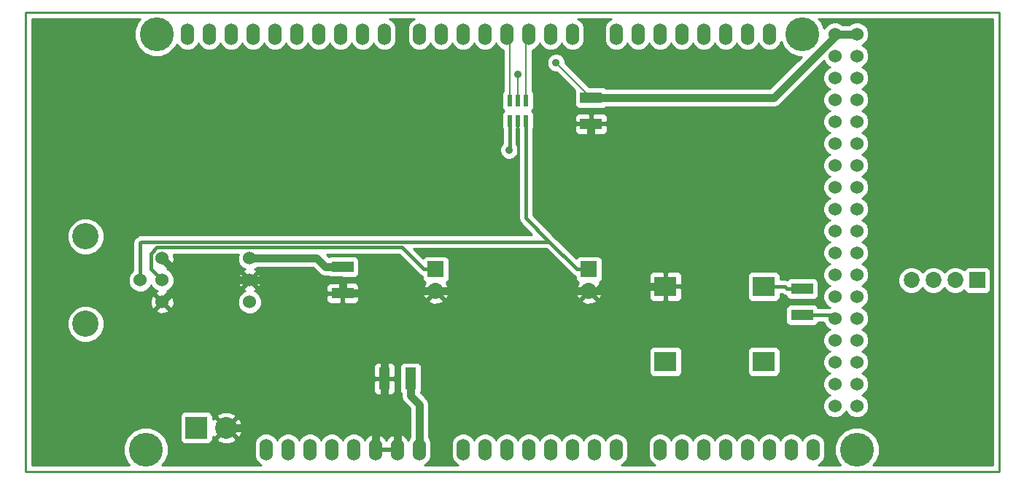
<source format=gtl>
G04 (created by PCBNEW-RS274X (2011-05-25)-stable) date Tue 11 Mar 2014 02:38:01 PM EDT*
G01*
G70*
G90*
%MOIN*%
G04 Gerber Fmt 3.4, Leading zero omitted, Abs format*
%FSLAX34Y34*%
G04 APERTURE LIST*
%ADD10C,0.006000*%
%ADD11C,0.009000*%
%ADD12C,0.155000*%
%ADD13O,0.060000X0.100000*%
%ADD14C,0.060000*%
%ADD15R,0.100000X0.050000*%
%ADD16C,0.120000*%
%ADD17C,0.073000*%
%ADD18R,0.073000X0.073000*%
%ADD19R,0.100000X0.090000*%
%ADD20R,0.100000X0.100000*%
%ADD21C,0.100000*%
%ADD22R,0.050000X0.100000*%
%ADD23R,0.022000X0.052400*%
%ADD24C,0.035000*%
%ADD25C,0.008000*%
%ADD26C,0.036000*%
%ADD27C,0.016000*%
%ADD28C,0.010000*%
G04 APERTURE END LIST*
G54D10*
G54D11*
X45000Y-51500D02*
X89500Y-51500D01*
X45000Y-30500D02*
X45000Y-51500D01*
X89500Y-30500D02*
X45000Y-30500D01*
X89500Y-51500D02*
X89500Y-30500D01*
G54D12*
X50500Y-50500D03*
X51000Y-31500D03*
X83000Y-50500D03*
X80500Y-31500D03*
G54D13*
X56000Y-50500D03*
X57000Y-50500D03*
X58000Y-50500D03*
X59000Y-50500D03*
X60000Y-50500D03*
X61000Y-50500D03*
X62000Y-50500D03*
X63000Y-50500D03*
X65000Y-50500D03*
X66000Y-50500D03*
X67000Y-50500D03*
X68000Y-50500D03*
X69000Y-50500D03*
X70000Y-50500D03*
X71000Y-50500D03*
X72000Y-50500D03*
X74000Y-50500D03*
X75000Y-50500D03*
X76000Y-50500D03*
X77000Y-50500D03*
X78000Y-50500D03*
X79000Y-50500D03*
X80000Y-50500D03*
X81000Y-50500D03*
X52400Y-31500D03*
X53400Y-31500D03*
X54400Y-31500D03*
X55400Y-31500D03*
X56400Y-31500D03*
X57400Y-31500D03*
X58400Y-31500D03*
X59400Y-31500D03*
X60400Y-31500D03*
X61400Y-31500D03*
X63000Y-31500D03*
X70000Y-31500D03*
X69000Y-31500D03*
X68000Y-31500D03*
X67000Y-31500D03*
X66000Y-31500D03*
X65000Y-31500D03*
X64000Y-31500D03*
X72000Y-31500D03*
X73000Y-31500D03*
X74000Y-31500D03*
X75000Y-31500D03*
X76000Y-31500D03*
X77000Y-31500D03*
X78000Y-31500D03*
X79000Y-31500D03*
G54D14*
X82000Y-31500D03*
X83000Y-31500D03*
X82000Y-32500D03*
X83000Y-32500D03*
X82000Y-33500D03*
X83000Y-33500D03*
X82000Y-34500D03*
X83000Y-34500D03*
X82000Y-35500D03*
X83000Y-35500D03*
X82000Y-36500D03*
X83000Y-36500D03*
X82000Y-37500D03*
X83000Y-37500D03*
X82000Y-38500D03*
X83000Y-38500D03*
X82000Y-39500D03*
X83000Y-39500D03*
X82000Y-40500D03*
X83000Y-40500D03*
X82000Y-41500D03*
X83000Y-41500D03*
X82000Y-42500D03*
X83000Y-42500D03*
X82000Y-43500D03*
X83000Y-43500D03*
X82000Y-44500D03*
X83000Y-44500D03*
X82000Y-45500D03*
X83000Y-45500D03*
X82000Y-46500D03*
X83000Y-46500D03*
X82000Y-47500D03*
X83000Y-47500D03*
X82000Y-48500D03*
X83000Y-48500D03*
G54D15*
X80500Y-43150D03*
X80500Y-44350D03*
G54D16*
X47750Y-44750D03*
X47750Y-40750D03*
G54D14*
X50250Y-42750D03*
X51250Y-42750D03*
X51250Y-41750D03*
X51250Y-43750D03*
G54D17*
X87500Y-42750D03*
X86500Y-42750D03*
G54D18*
X88500Y-42750D03*
G54D17*
X85500Y-42750D03*
G54D19*
X78744Y-46463D03*
X74256Y-46463D03*
X78744Y-43037D03*
X74256Y-43037D03*
G54D20*
X52811Y-49500D03*
G54D21*
X54189Y-49500D03*
G54D15*
X59500Y-42150D03*
X59500Y-43350D03*
G54D17*
X70750Y-43250D03*
G54D18*
X70750Y-42250D03*
G54D17*
X63750Y-43250D03*
G54D18*
X63750Y-42250D03*
G54D14*
X55250Y-42750D03*
X55250Y-43750D03*
X55250Y-41750D03*
G54D22*
X62600Y-47250D03*
X61400Y-47250D03*
G54D15*
X70850Y-34400D03*
X70850Y-35600D03*
G54D23*
X67126Y-35472D03*
X67500Y-35472D03*
X67874Y-35472D03*
X67874Y-34528D03*
X67500Y-34528D03*
X67126Y-34528D03*
G54D24*
X69250Y-32800D03*
X67500Y-33350D03*
X67100Y-36800D03*
X67000Y-40350D03*
G54D25*
X67500Y-34528D02*
X67500Y-33350D01*
X69250Y-32800D02*
X70850Y-34400D01*
G54D26*
X82000Y-31500D02*
X82000Y-31600D01*
X79200Y-34400D02*
X70850Y-34400D01*
X82000Y-31600D02*
X79200Y-34400D01*
X83000Y-31500D02*
X82000Y-31500D01*
G54D27*
X67874Y-35472D02*
X67874Y-39922D01*
X67874Y-39922D02*
X68943Y-40991D01*
X70750Y-42250D02*
X70202Y-42250D01*
X50250Y-42750D02*
X50250Y-41036D01*
X68943Y-40991D02*
X70202Y-42250D01*
X68000Y-40991D02*
X68943Y-40991D01*
X50250Y-41036D02*
X50295Y-40991D01*
X50295Y-40991D02*
X68000Y-40991D01*
G54D25*
X67874Y-34528D02*
X67874Y-31626D01*
X67874Y-31626D02*
X68000Y-31500D01*
G54D27*
X67126Y-36774D02*
X67126Y-35472D01*
X67100Y-36800D02*
X67126Y-36774D01*
X50734Y-42234D02*
X51250Y-42750D01*
X50734Y-41542D02*
X50734Y-42234D01*
X51021Y-41255D02*
X50734Y-41542D01*
X62207Y-41255D02*
X51021Y-41255D01*
X63202Y-42250D02*
X62207Y-41255D01*
X63750Y-42250D02*
X63202Y-42250D01*
G54D25*
X67126Y-34528D02*
X67126Y-31626D01*
X67126Y-31626D02*
X67000Y-31500D01*
G54D27*
X81850Y-44350D02*
X82000Y-44500D01*
X80500Y-44350D02*
X81850Y-44350D01*
G54D26*
X63000Y-48433D02*
X62600Y-48033D01*
X63000Y-50500D02*
X63000Y-48433D01*
X62600Y-47250D02*
X62600Y-48033D01*
G54D25*
X67500Y-35472D02*
X67500Y-39850D01*
X67500Y-39850D02*
X67000Y-40350D01*
G54D26*
X70750Y-43250D02*
X71150Y-43250D01*
X70850Y-36800D02*
X70850Y-35600D01*
X72000Y-37950D02*
X70850Y-36800D01*
X72000Y-42400D02*
X72000Y-37950D01*
X71150Y-43250D02*
X72000Y-42400D01*
X59433Y-42750D02*
X59500Y-42817D01*
X55250Y-42750D02*
X59433Y-42750D01*
X59500Y-43350D02*
X59500Y-42817D01*
X59500Y-43350D02*
X60283Y-43350D01*
X74256Y-43037D02*
X73473Y-43037D01*
X73260Y-43250D02*
X70750Y-43250D01*
X73473Y-43037D02*
X73260Y-43250D01*
X70750Y-43250D02*
X63750Y-43250D01*
X61000Y-50500D02*
X61000Y-49717D01*
X54189Y-49500D02*
X61000Y-49500D01*
X61000Y-48433D02*
X61000Y-49500D01*
X61400Y-48033D02*
X61000Y-48433D01*
X61000Y-49500D02*
X61000Y-49717D01*
X61400Y-47250D02*
X61400Y-48033D01*
X62000Y-49717D02*
X61000Y-49717D01*
X62000Y-50500D02*
X62000Y-49717D01*
X52250Y-42750D02*
X51250Y-43750D01*
X51250Y-41750D02*
X52250Y-42750D01*
X52250Y-42750D02*
X55250Y-42750D01*
X61400Y-43350D02*
X60283Y-43350D01*
X61500Y-43250D02*
X61400Y-43350D01*
X63750Y-43250D02*
X61500Y-43250D01*
X61400Y-43350D02*
X61400Y-47250D01*
G54D27*
X79704Y-43037D02*
X79817Y-43150D01*
X78744Y-43037D02*
X79704Y-43037D01*
X80500Y-43150D02*
X79817Y-43150D01*
G54D26*
X58317Y-41750D02*
X58717Y-42150D01*
X55250Y-41750D02*
X58317Y-41750D01*
X59500Y-42150D02*
X58717Y-42150D01*
G54D10*
G36*
X89205Y-51205D02*
X89114Y-51205D01*
X89114Y-43165D01*
X89114Y-43066D01*
X89114Y-42336D01*
X89076Y-42244D01*
X89006Y-42174D01*
X88915Y-42136D01*
X88816Y-42136D01*
X88086Y-42136D01*
X87994Y-42174D01*
X87924Y-42244D01*
X87906Y-42286D01*
X87849Y-42229D01*
X87623Y-42135D01*
X87378Y-42135D01*
X87152Y-42229D01*
X86999Y-42380D01*
X86849Y-42229D01*
X86623Y-42135D01*
X86378Y-42135D01*
X86152Y-42229D01*
X85999Y-42380D01*
X85849Y-42229D01*
X85623Y-42135D01*
X85378Y-42135D01*
X85152Y-42229D01*
X84979Y-42401D01*
X84885Y-42627D01*
X84885Y-42872D01*
X84979Y-43098D01*
X85151Y-43271D01*
X85377Y-43365D01*
X85622Y-43365D01*
X85848Y-43271D01*
X86000Y-43119D01*
X86151Y-43271D01*
X86377Y-43365D01*
X86622Y-43365D01*
X86848Y-43271D01*
X87000Y-43119D01*
X87151Y-43271D01*
X87377Y-43365D01*
X87622Y-43365D01*
X87848Y-43271D01*
X87906Y-43213D01*
X87924Y-43256D01*
X87994Y-43326D01*
X88085Y-43364D01*
X88184Y-43364D01*
X88914Y-43364D01*
X89006Y-43326D01*
X89076Y-43256D01*
X89114Y-43165D01*
X89114Y-51205D01*
X83744Y-51205D01*
X83868Y-51081D01*
X84025Y-50705D01*
X84025Y-50297D01*
X83869Y-49920D01*
X83581Y-49632D01*
X83205Y-49475D01*
X82797Y-49475D01*
X82420Y-49631D01*
X82132Y-49919D01*
X81975Y-50295D01*
X81975Y-50703D01*
X82131Y-51080D01*
X82256Y-51205D01*
X81225Y-51205D01*
X81306Y-51172D01*
X81457Y-51020D01*
X81540Y-50822D01*
X81540Y-50607D01*
X81540Y-50179D01*
X81458Y-49980D01*
X81306Y-49829D01*
X81108Y-49746D01*
X80893Y-49746D01*
X80694Y-49828D01*
X80543Y-49980D01*
X80500Y-50082D01*
X80458Y-49980D01*
X80306Y-49829D01*
X80108Y-49746D01*
X79893Y-49746D01*
X79694Y-49828D01*
X79543Y-49980D01*
X79500Y-50082D01*
X79493Y-50065D01*
X79493Y-46963D01*
X79493Y-46864D01*
X79493Y-45964D01*
X79455Y-45872D01*
X79385Y-45802D01*
X79294Y-45764D01*
X79195Y-45764D01*
X78195Y-45764D01*
X78103Y-45802D01*
X78033Y-45872D01*
X77995Y-45963D01*
X77995Y-46062D01*
X77995Y-46962D01*
X78033Y-47054D01*
X78103Y-47124D01*
X78194Y-47162D01*
X78293Y-47162D01*
X79293Y-47162D01*
X79385Y-47124D01*
X79455Y-47054D01*
X79493Y-46963D01*
X79493Y-50065D01*
X79458Y-49980D01*
X79306Y-49829D01*
X79108Y-49746D01*
X78893Y-49746D01*
X78694Y-49828D01*
X78543Y-49980D01*
X78500Y-50082D01*
X78458Y-49980D01*
X78306Y-49829D01*
X78108Y-49746D01*
X77893Y-49746D01*
X77694Y-49828D01*
X77543Y-49980D01*
X77500Y-50082D01*
X77458Y-49980D01*
X77306Y-49829D01*
X77108Y-49746D01*
X76893Y-49746D01*
X76694Y-49828D01*
X76543Y-49980D01*
X76500Y-50082D01*
X76458Y-49980D01*
X76306Y-49829D01*
X76108Y-49746D01*
X75893Y-49746D01*
X75694Y-49828D01*
X75543Y-49980D01*
X75500Y-50082D01*
X75458Y-49980D01*
X75306Y-49829D01*
X75108Y-49746D01*
X75006Y-49746D01*
X75006Y-43149D01*
X75006Y-42925D01*
X75005Y-42636D01*
X75005Y-42537D01*
X74967Y-42446D01*
X74897Y-42376D01*
X74805Y-42338D01*
X74368Y-42337D01*
X74306Y-42399D01*
X74306Y-42987D01*
X74944Y-42987D01*
X75006Y-42925D01*
X75006Y-43149D01*
X74944Y-43087D01*
X74306Y-43087D01*
X74306Y-43675D01*
X74368Y-43737D01*
X74805Y-43736D01*
X74897Y-43698D01*
X74967Y-43628D01*
X75005Y-43537D01*
X75005Y-43438D01*
X75006Y-43149D01*
X75006Y-49746D01*
X75005Y-49746D01*
X75005Y-46963D01*
X75005Y-46864D01*
X75005Y-45964D01*
X74967Y-45872D01*
X74897Y-45802D01*
X74806Y-45764D01*
X74707Y-45764D01*
X74206Y-45764D01*
X74206Y-43675D01*
X74206Y-43087D01*
X74206Y-42987D01*
X74206Y-42399D01*
X74144Y-42337D01*
X73707Y-42338D01*
X73615Y-42376D01*
X73545Y-42446D01*
X73507Y-42537D01*
X73507Y-42636D01*
X73506Y-42925D01*
X73568Y-42987D01*
X74206Y-42987D01*
X74206Y-43087D01*
X73568Y-43087D01*
X73506Y-43149D01*
X73507Y-43438D01*
X73507Y-43537D01*
X73545Y-43628D01*
X73615Y-43698D01*
X73707Y-43736D01*
X74144Y-43737D01*
X74206Y-43675D01*
X74206Y-45764D01*
X73707Y-45764D01*
X73615Y-45802D01*
X73545Y-45872D01*
X73507Y-45963D01*
X73507Y-46062D01*
X73507Y-46962D01*
X73545Y-47054D01*
X73615Y-47124D01*
X73706Y-47162D01*
X73805Y-47162D01*
X74805Y-47162D01*
X74897Y-47124D01*
X74967Y-47054D01*
X75005Y-46963D01*
X75005Y-49746D01*
X74893Y-49746D01*
X74694Y-49828D01*
X74543Y-49980D01*
X74500Y-50082D01*
X74458Y-49980D01*
X74306Y-49829D01*
X74108Y-49746D01*
X73893Y-49746D01*
X73694Y-49828D01*
X73543Y-49980D01*
X73460Y-50178D01*
X73460Y-50393D01*
X73460Y-50821D01*
X73542Y-51020D01*
X73694Y-51171D01*
X73775Y-51205D01*
X72225Y-51205D01*
X72306Y-51172D01*
X72457Y-51020D01*
X72540Y-50822D01*
X72540Y-50607D01*
X72540Y-50179D01*
X72458Y-49980D01*
X72306Y-49829D01*
X72108Y-49746D01*
X71893Y-49746D01*
X71694Y-49828D01*
X71600Y-49922D01*
X71600Y-35712D01*
X71600Y-35488D01*
X71599Y-35301D01*
X71561Y-35209D01*
X71491Y-35139D01*
X71400Y-35101D01*
X71301Y-35101D01*
X70962Y-35100D01*
X70900Y-35162D01*
X70900Y-35550D01*
X71538Y-35550D01*
X71600Y-35488D01*
X71600Y-35712D01*
X71538Y-35650D01*
X70900Y-35650D01*
X70900Y-36038D01*
X70962Y-36100D01*
X71301Y-36099D01*
X71400Y-36099D01*
X71491Y-36061D01*
X71561Y-35991D01*
X71599Y-35899D01*
X71600Y-35712D01*
X71600Y-49922D01*
X71543Y-49980D01*
X71500Y-50082D01*
X71458Y-49980D01*
X71357Y-49879D01*
X71306Y-49829D01*
X71108Y-49746D01*
X71104Y-49746D01*
X71104Y-43674D01*
X70750Y-43321D01*
X70679Y-43391D01*
X70396Y-43674D01*
X70430Y-43775D01*
X70655Y-43857D01*
X70894Y-43847D01*
X71070Y-43775D01*
X71104Y-43674D01*
X71104Y-49746D01*
X70893Y-49746D01*
X70694Y-49828D01*
X70543Y-49980D01*
X70500Y-50082D01*
X70458Y-49980D01*
X70306Y-49829D01*
X70108Y-49746D01*
X69893Y-49746D01*
X69694Y-49828D01*
X69543Y-49980D01*
X69500Y-50082D01*
X69458Y-49980D01*
X69306Y-49829D01*
X69108Y-49746D01*
X68893Y-49746D01*
X68694Y-49828D01*
X68543Y-49980D01*
X68500Y-50082D01*
X68458Y-49980D01*
X68306Y-49829D01*
X68108Y-49746D01*
X67893Y-49746D01*
X67694Y-49828D01*
X67543Y-49980D01*
X67500Y-50082D01*
X67458Y-49980D01*
X67306Y-49829D01*
X67108Y-49746D01*
X66893Y-49746D01*
X66694Y-49828D01*
X66543Y-49980D01*
X66500Y-50082D01*
X66458Y-49980D01*
X66306Y-49829D01*
X66108Y-49746D01*
X65893Y-49746D01*
X65694Y-49828D01*
X65543Y-49980D01*
X65500Y-50082D01*
X65458Y-49980D01*
X65306Y-49829D01*
X65108Y-49746D01*
X64893Y-49746D01*
X64694Y-49828D01*
X64543Y-49980D01*
X64460Y-50178D01*
X64460Y-50393D01*
X64460Y-50821D01*
X64542Y-51020D01*
X64694Y-51171D01*
X64775Y-51205D01*
X64357Y-51205D01*
X64104Y-51205D01*
X64104Y-43674D01*
X63750Y-43321D01*
X63679Y-43391D01*
X63396Y-43674D01*
X63430Y-43775D01*
X63655Y-43857D01*
X63894Y-43847D01*
X64070Y-43775D01*
X64104Y-43674D01*
X64104Y-51205D01*
X63225Y-51205D01*
X63306Y-51172D01*
X63457Y-51020D01*
X63540Y-50822D01*
X63540Y-50607D01*
X63540Y-50179D01*
X63458Y-49980D01*
X63430Y-49952D01*
X63430Y-48433D01*
X63397Y-48268D01*
X63304Y-48129D01*
X63304Y-48128D01*
X63062Y-47887D01*
X63099Y-47800D01*
X63099Y-47701D01*
X63099Y-46701D01*
X63061Y-46609D01*
X62991Y-46539D01*
X62900Y-46501D01*
X62801Y-46501D01*
X62301Y-46501D01*
X62209Y-46539D01*
X62139Y-46609D01*
X62101Y-46700D01*
X62101Y-46799D01*
X62101Y-47799D01*
X62139Y-47891D01*
X62170Y-47922D01*
X62170Y-48033D01*
X62203Y-48198D01*
X62296Y-48337D01*
X62570Y-48611D01*
X62570Y-49952D01*
X62543Y-49980D01*
X62500Y-50081D01*
X62489Y-50043D01*
X62353Y-49875D01*
X62163Y-49772D01*
X62135Y-49768D01*
X62050Y-49815D01*
X62050Y-50400D01*
X62050Y-50450D01*
X62050Y-50550D01*
X61950Y-50550D01*
X61950Y-50450D01*
X61950Y-49815D01*
X61900Y-49787D01*
X61900Y-47362D01*
X61900Y-47138D01*
X61899Y-46799D01*
X61899Y-46700D01*
X61861Y-46609D01*
X61791Y-46539D01*
X61699Y-46501D01*
X61512Y-46500D01*
X61450Y-46562D01*
X61450Y-47200D01*
X61838Y-47200D01*
X61900Y-47138D01*
X61900Y-47362D01*
X61838Y-47300D01*
X61450Y-47300D01*
X61450Y-47938D01*
X61512Y-48000D01*
X61699Y-47999D01*
X61791Y-47961D01*
X61861Y-47891D01*
X61899Y-47800D01*
X61899Y-47701D01*
X61900Y-47362D01*
X61900Y-49787D01*
X61865Y-49768D01*
X61837Y-49772D01*
X61647Y-49875D01*
X61511Y-50043D01*
X61500Y-50080D01*
X61489Y-50043D01*
X61353Y-49875D01*
X61350Y-49873D01*
X61350Y-47938D01*
X61350Y-47300D01*
X61350Y-47200D01*
X61350Y-46562D01*
X61288Y-46500D01*
X61101Y-46501D01*
X61009Y-46539D01*
X60939Y-46609D01*
X60901Y-46700D01*
X60901Y-46799D01*
X60900Y-47138D01*
X60962Y-47200D01*
X61350Y-47200D01*
X61350Y-47300D01*
X60962Y-47300D01*
X60900Y-47362D01*
X60901Y-47701D01*
X60901Y-47800D01*
X60939Y-47891D01*
X61009Y-47961D01*
X61101Y-47999D01*
X61288Y-48000D01*
X61350Y-47938D01*
X61350Y-49873D01*
X61163Y-49772D01*
X61135Y-49768D01*
X61050Y-49815D01*
X61050Y-50450D01*
X61450Y-50450D01*
X61550Y-50450D01*
X61950Y-50450D01*
X61950Y-50550D01*
X61900Y-50550D01*
X61550Y-50550D01*
X61450Y-50550D01*
X61100Y-50550D01*
X61050Y-50550D01*
X60950Y-50550D01*
X60950Y-50450D01*
X60950Y-50400D01*
X60950Y-49815D01*
X60865Y-49768D01*
X60837Y-49772D01*
X60647Y-49875D01*
X60511Y-50043D01*
X60499Y-50081D01*
X60458Y-49980D01*
X60306Y-49829D01*
X60250Y-49805D01*
X60250Y-43462D01*
X60250Y-43238D01*
X60249Y-43051D01*
X60211Y-42959D01*
X60141Y-42889D01*
X60050Y-42851D01*
X59951Y-42851D01*
X59612Y-42850D01*
X59550Y-42912D01*
X59550Y-43300D01*
X60188Y-43300D01*
X60250Y-43238D01*
X60250Y-43462D01*
X60188Y-43400D01*
X59550Y-43400D01*
X59550Y-43788D01*
X59612Y-43850D01*
X59951Y-43849D01*
X60050Y-43849D01*
X60141Y-43811D01*
X60211Y-43741D01*
X60249Y-43649D01*
X60250Y-43462D01*
X60250Y-49805D01*
X60108Y-49746D01*
X59893Y-49746D01*
X59694Y-49828D01*
X59543Y-49980D01*
X59500Y-50082D01*
X59458Y-49980D01*
X59450Y-49972D01*
X59450Y-43788D01*
X59450Y-43400D01*
X59450Y-43300D01*
X59450Y-42912D01*
X59388Y-42850D01*
X59049Y-42851D01*
X58950Y-42851D01*
X58859Y-42889D01*
X58789Y-42959D01*
X58751Y-43051D01*
X58750Y-43238D01*
X58812Y-43300D01*
X59450Y-43300D01*
X59450Y-43400D01*
X58812Y-43400D01*
X58750Y-43462D01*
X58751Y-43649D01*
X58789Y-43741D01*
X58859Y-43811D01*
X58950Y-43849D01*
X59049Y-43849D01*
X59388Y-43850D01*
X59450Y-43788D01*
X59450Y-49972D01*
X59306Y-49829D01*
X59108Y-49746D01*
X58893Y-49746D01*
X58694Y-49828D01*
X58543Y-49980D01*
X58500Y-50082D01*
X58458Y-49980D01*
X58306Y-49829D01*
X58108Y-49746D01*
X57893Y-49746D01*
X57694Y-49828D01*
X57543Y-49980D01*
X57500Y-50082D01*
X57458Y-49980D01*
X57306Y-49829D01*
X57108Y-49746D01*
X56893Y-49746D01*
X56694Y-49828D01*
X56543Y-49980D01*
X56500Y-50082D01*
X56458Y-49980D01*
X56306Y-49829D01*
X56108Y-49746D01*
X55893Y-49746D01*
X55799Y-49784D01*
X55799Y-43859D01*
X55799Y-43641D01*
X55793Y-43626D01*
X55793Y-42829D01*
X55782Y-42616D01*
X55722Y-42469D01*
X55628Y-42442D01*
X55321Y-42750D01*
X55628Y-43058D01*
X55722Y-43031D01*
X55793Y-42829D01*
X55793Y-43626D01*
X55715Y-43439D01*
X55561Y-43285D01*
X55469Y-43247D01*
X55531Y-43222D01*
X55558Y-43128D01*
X55250Y-42821D01*
X55179Y-42891D01*
X55179Y-42750D01*
X54872Y-42442D01*
X54778Y-42469D01*
X54707Y-42671D01*
X54718Y-42884D01*
X54778Y-43031D01*
X54872Y-43058D01*
X55179Y-42750D01*
X55179Y-42891D01*
X54942Y-43128D01*
X54969Y-43222D01*
X55034Y-43245D01*
X54939Y-43285D01*
X54785Y-43439D01*
X54701Y-43641D01*
X54701Y-43859D01*
X54785Y-44061D01*
X54939Y-44215D01*
X55141Y-44299D01*
X55359Y-44299D01*
X55561Y-44215D01*
X55715Y-44061D01*
X55799Y-43859D01*
X55799Y-49784D01*
X55694Y-49828D01*
X55543Y-49980D01*
X55460Y-50178D01*
X55460Y-50393D01*
X55460Y-50821D01*
X55542Y-51020D01*
X55694Y-51171D01*
X55775Y-51205D01*
X54928Y-51205D01*
X54928Y-49627D01*
X54920Y-49335D01*
X54823Y-49100D01*
X54709Y-49050D01*
X54639Y-49120D01*
X54639Y-48980D01*
X54589Y-48866D01*
X54316Y-48761D01*
X54024Y-48769D01*
X53789Y-48866D01*
X53739Y-48980D01*
X54189Y-49429D01*
X54639Y-48980D01*
X54639Y-49120D01*
X54260Y-49500D01*
X54709Y-49950D01*
X54823Y-49900D01*
X54928Y-49627D01*
X54928Y-51205D01*
X54639Y-51205D01*
X54639Y-50020D01*
X54189Y-49571D01*
X54118Y-49641D01*
X54118Y-49500D01*
X53669Y-49050D01*
X53560Y-49097D01*
X53560Y-48951D01*
X53522Y-48859D01*
X53452Y-48789D01*
X53361Y-48751D01*
X53262Y-48751D01*
X52262Y-48751D01*
X52170Y-48789D01*
X52100Y-48859D01*
X52062Y-48950D01*
X52062Y-49049D01*
X52062Y-50049D01*
X52100Y-50141D01*
X52170Y-50211D01*
X52261Y-50249D01*
X52360Y-50249D01*
X53360Y-50249D01*
X53452Y-50211D01*
X53522Y-50141D01*
X53560Y-50050D01*
X53560Y-49951D01*
X53560Y-49902D01*
X53669Y-49950D01*
X54118Y-49500D01*
X54118Y-49641D01*
X53739Y-50020D01*
X53789Y-50134D01*
X54062Y-50239D01*
X54354Y-50231D01*
X54589Y-50134D01*
X54639Y-50020D01*
X54639Y-51205D01*
X51793Y-51205D01*
X51793Y-43829D01*
X51782Y-43616D01*
X51722Y-43469D01*
X51628Y-43442D01*
X51321Y-43750D01*
X51628Y-44058D01*
X51722Y-44031D01*
X51793Y-43829D01*
X51793Y-51205D01*
X51558Y-51205D01*
X51558Y-44128D01*
X51250Y-43821D01*
X51179Y-43891D01*
X51179Y-43750D01*
X50872Y-43442D01*
X50778Y-43469D01*
X50707Y-43671D01*
X50718Y-43884D01*
X50778Y-44031D01*
X50872Y-44058D01*
X51179Y-43750D01*
X51179Y-43891D01*
X50942Y-44128D01*
X50969Y-44222D01*
X51171Y-44293D01*
X51384Y-44282D01*
X51531Y-44222D01*
X51558Y-44128D01*
X51558Y-51205D01*
X51244Y-51205D01*
X51368Y-51081D01*
X51525Y-50705D01*
X51525Y-50297D01*
X51369Y-49920D01*
X51081Y-49632D01*
X50705Y-49475D01*
X50297Y-49475D01*
X49920Y-49631D01*
X49632Y-49919D01*
X49475Y-50295D01*
X49475Y-50703D01*
X49631Y-51080D01*
X49756Y-51205D01*
X48600Y-51205D01*
X48600Y-44920D01*
X48600Y-44582D01*
X48600Y-40920D01*
X48600Y-40582D01*
X48471Y-40270D01*
X48232Y-40030D01*
X47920Y-39900D01*
X47582Y-39900D01*
X47270Y-40029D01*
X47030Y-40268D01*
X46900Y-40580D01*
X46900Y-40918D01*
X47029Y-41230D01*
X47268Y-41470D01*
X47580Y-41600D01*
X47918Y-41600D01*
X48230Y-41471D01*
X48470Y-41232D01*
X48600Y-40920D01*
X48600Y-44582D01*
X48471Y-44270D01*
X48232Y-44030D01*
X47920Y-43900D01*
X47582Y-43900D01*
X47270Y-44029D01*
X47030Y-44268D01*
X46900Y-44580D01*
X46900Y-44918D01*
X47029Y-45230D01*
X47268Y-45470D01*
X47580Y-45600D01*
X47918Y-45600D01*
X48230Y-45471D01*
X48470Y-45232D01*
X48600Y-44920D01*
X48600Y-51205D01*
X45295Y-51205D01*
X45295Y-30795D01*
X50256Y-30795D01*
X50132Y-30919D01*
X49975Y-31295D01*
X49975Y-31703D01*
X50131Y-32080D01*
X50419Y-32368D01*
X50795Y-32525D01*
X51203Y-32525D01*
X51580Y-32369D01*
X51868Y-32081D01*
X51917Y-31961D01*
X51942Y-32020D01*
X52094Y-32171D01*
X52292Y-32254D01*
X52507Y-32254D01*
X52706Y-32172D01*
X52857Y-32020D01*
X52899Y-31917D01*
X52942Y-32020D01*
X53094Y-32171D01*
X53292Y-32254D01*
X53507Y-32254D01*
X53706Y-32172D01*
X53857Y-32020D01*
X53899Y-31917D01*
X53942Y-32020D01*
X54094Y-32171D01*
X54292Y-32254D01*
X54507Y-32254D01*
X54706Y-32172D01*
X54857Y-32020D01*
X54899Y-31917D01*
X54942Y-32020D01*
X55094Y-32171D01*
X55292Y-32254D01*
X55507Y-32254D01*
X55706Y-32172D01*
X55857Y-32020D01*
X55899Y-31917D01*
X55942Y-32020D01*
X56094Y-32171D01*
X56292Y-32254D01*
X56507Y-32254D01*
X56706Y-32172D01*
X56857Y-32020D01*
X56899Y-31917D01*
X56942Y-32020D01*
X57094Y-32171D01*
X57292Y-32254D01*
X57507Y-32254D01*
X57706Y-32172D01*
X57857Y-32020D01*
X57899Y-31917D01*
X57942Y-32020D01*
X58094Y-32171D01*
X58292Y-32254D01*
X58507Y-32254D01*
X58706Y-32172D01*
X58857Y-32020D01*
X58899Y-31917D01*
X58942Y-32020D01*
X59094Y-32171D01*
X59292Y-32254D01*
X59507Y-32254D01*
X59706Y-32172D01*
X59857Y-32020D01*
X59899Y-31917D01*
X59942Y-32020D01*
X60094Y-32171D01*
X60292Y-32254D01*
X60507Y-32254D01*
X60706Y-32172D01*
X60857Y-32020D01*
X60899Y-31917D01*
X60942Y-32020D01*
X61094Y-32171D01*
X61292Y-32254D01*
X61507Y-32254D01*
X61706Y-32172D01*
X61857Y-32020D01*
X61940Y-31822D01*
X61940Y-31607D01*
X61940Y-31179D01*
X61858Y-30980D01*
X61706Y-30829D01*
X61624Y-30795D01*
X62774Y-30795D01*
X62694Y-30828D01*
X62543Y-30980D01*
X62460Y-31178D01*
X62460Y-31393D01*
X62460Y-31821D01*
X62542Y-32020D01*
X62694Y-32171D01*
X62892Y-32254D01*
X63107Y-32254D01*
X63306Y-32172D01*
X63457Y-32020D01*
X63499Y-31917D01*
X63542Y-32020D01*
X63694Y-32171D01*
X63892Y-32254D01*
X64107Y-32254D01*
X64306Y-32172D01*
X64457Y-32020D01*
X64499Y-31917D01*
X64542Y-32020D01*
X64694Y-32171D01*
X64892Y-32254D01*
X65107Y-32254D01*
X65306Y-32172D01*
X65457Y-32020D01*
X65499Y-31917D01*
X65542Y-32020D01*
X65694Y-32171D01*
X65892Y-32254D01*
X66107Y-32254D01*
X66306Y-32172D01*
X66457Y-32020D01*
X66499Y-31917D01*
X66542Y-32020D01*
X66694Y-32171D01*
X66836Y-32230D01*
X66836Y-34094D01*
X66805Y-34125D01*
X66767Y-34216D01*
X66767Y-34315D01*
X66767Y-34839D01*
X66805Y-34931D01*
X66874Y-35000D01*
X66805Y-35069D01*
X66767Y-35160D01*
X66767Y-35259D01*
X66767Y-35783D01*
X66796Y-35853D01*
X66796Y-36503D01*
X66740Y-36559D01*
X66675Y-36715D01*
X66675Y-36884D01*
X66739Y-37040D01*
X66859Y-37160D01*
X67015Y-37225D01*
X67184Y-37225D01*
X67340Y-37161D01*
X67460Y-37041D01*
X67525Y-36885D01*
X67525Y-36716D01*
X67461Y-36560D01*
X67456Y-36555D01*
X67456Y-35853D01*
X67485Y-35784D01*
X67485Y-35685D01*
X67485Y-35422D01*
X67515Y-35422D01*
X67515Y-35783D01*
X67544Y-35853D01*
X67544Y-39922D01*
X67569Y-40049D01*
X67641Y-40155D01*
X68146Y-40661D01*
X68000Y-40661D01*
X50295Y-40661D01*
X50169Y-40686D01*
X50133Y-40710D01*
X50061Y-40758D01*
X50017Y-40803D01*
X49945Y-40909D01*
X49920Y-41036D01*
X49920Y-42304D01*
X49785Y-42439D01*
X49701Y-42641D01*
X49701Y-42859D01*
X49785Y-43061D01*
X49939Y-43215D01*
X50141Y-43299D01*
X50359Y-43299D01*
X50561Y-43215D01*
X50715Y-43061D01*
X50750Y-42976D01*
X50785Y-43061D01*
X50939Y-43215D01*
X51030Y-43252D01*
X50969Y-43278D01*
X50942Y-43372D01*
X51250Y-43679D01*
X51558Y-43372D01*
X51531Y-43278D01*
X51465Y-43254D01*
X51561Y-43215D01*
X51715Y-43061D01*
X51799Y-42859D01*
X51799Y-42641D01*
X51715Y-42439D01*
X51561Y-42285D01*
X51469Y-42247D01*
X51531Y-42222D01*
X51558Y-42128D01*
X51285Y-41856D01*
X51250Y-41821D01*
X51179Y-41750D01*
X51250Y-41679D01*
X51321Y-41750D01*
X51356Y-41785D01*
X51628Y-42058D01*
X51722Y-42031D01*
X51793Y-41829D01*
X51782Y-41616D01*
X51769Y-41585D01*
X54724Y-41585D01*
X54701Y-41641D01*
X54701Y-41859D01*
X54785Y-42061D01*
X54939Y-42215D01*
X55030Y-42252D01*
X54969Y-42278D01*
X54942Y-42372D01*
X55250Y-42679D01*
X55558Y-42372D01*
X55531Y-42278D01*
X55465Y-42254D01*
X55561Y-42215D01*
X55596Y-42180D01*
X58138Y-42180D01*
X58412Y-42454D01*
X58413Y-42454D01*
X58552Y-42547D01*
X58717Y-42580D01*
X58828Y-42580D01*
X58859Y-42611D01*
X58950Y-42649D01*
X59049Y-42649D01*
X60049Y-42649D01*
X60141Y-42611D01*
X60211Y-42541D01*
X60249Y-42450D01*
X60249Y-42351D01*
X60249Y-41851D01*
X60211Y-41759D01*
X60141Y-41689D01*
X60050Y-41651D01*
X59951Y-41651D01*
X58951Y-41651D01*
X58862Y-41687D01*
X58760Y-41585D01*
X62071Y-41585D01*
X62969Y-42483D01*
X63075Y-42555D01*
X63076Y-42555D01*
X63096Y-42558D01*
X63136Y-42566D01*
X63136Y-42664D01*
X63174Y-42756D01*
X63244Y-42826D01*
X63275Y-42839D01*
X63237Y-42878D01*
X63272Y-42913D01*
X63225Y-42930D01*
X63143Y-43155D01*
X63153Y-43394D01*
X63225Y-43570D01*
X63326Y-43604D01*
X63644Y-43285D01*
X63679Y-43250D01*
X63750Y-43179D01*
X63821Y-43250D01*
X63856Y-43285D01*
X64174Y-43604D01*
X64275Y-43570D01*
X64357Y-43345D01*
X64347Y-43106D01*
X64275Y-42930D01*
X64227Y-42913D01*
X64263Y-42878D01*
X64224Y-42839D01*
X64256Y-42826D01*
X64326Y-42756D01*
X64364Y-42665D01*
X64364Y-42566D01*
X64364Y-41836D01*
X64326Y-41744D01*
X64256Y-41674D01*
X64165Y-41636D01*
X64066Y-41636D01*
X63336Y-41636D01*
X63244Y-41674D01*
X63174Y-41744D01*
X63170Y-41752D01*
X62739Y-41321D01*
X68000Y-41321D01*
X68806Y-41321D01*
X69968Y-42483D01*
X69969Y-42483D01*
X70040Y-42530D01*
X70075Y-42554D01*
X70076Y-42555D01*
X70136Y-42566D01*
X70136Y-42664D01*
X70174Y-42756D01*
X70244Y-42826D01*
X70275Y-42839D01*
X70237Y-42878D01*
X70272Y-42913D01*
X70225Y-42930D01*
X70143Y-43155D01*
X70153Y-43394D01*
X70225Y-43570D01*
X70326Y-43604D01*
X70644Y-43285D01*
X70679Y-43250D01*
X70750Y-43179D01*
X70821Y-43250D01*
X70856Y-43285D01*
X71174Y-43604D01*
X71275Y-43570D01*
X71357Y-43345D01*
X71347Y-43106D01*
X71275Y-42930D01*
X71227Y-42913D01*
X71263Y-42878D01*
X71224Y-42839D01*
X71256Y-42826D01*
X71326Y-42756D01*
X71364Y-42665D01*
X71364Y-42566D01*
X71364Y-41836D01*
X71326Y-41744D01*
X71256Y-41674D01*
X71165Y-41636D01*
X71066Y-41636D01*
X70800Y-41636D01*
X70800Y-36038D01*
X70800Y-35650D01*
X70800Y-35550D01*
X70800Y-35162D01*
X70738Y-35100D01*
X70399Y-35101D01*
X70300Y-35101D01*
X70209Y-35139D01*
X70139Y-35209D01*
X70101Y-35301D01*
X70100Y-35488D01*
X70162Y-35550D01*
X70800Y-35550D01*
X70800Y-35650D01*
X70162Y-35650D01*
X70100Y-35712D01*
X70101Y-35899D01*
X70139Y-35991D01*
X70209Y-36061D01*
X70300Y-36099D01*
X70399Y-36099D01*
X70738Y-36100D01*
X70800Y-36038D01*
X70800Y-41636D01*
X70336Y-41636D01*
X70244Y-41674D01*
X70174Y-41744D01*
X70170Y-41751D01*
X69177Y-40759D01*
X69176Y-40758D01*
X69176Y-40757D01*
X68204Y-39785D01*
X68204Y-35853D01*
X68233Y-35784D01*
X68233Y-35685D01*
X68233Y-35161D01*
X68195Y-35069D01*
X68126Y-35000D01*
X68195Y-34931D01*
X68233Y-34840D01*
X68233Y-34741D01*
X68233Y-34217D01*
X68195Y-34125D01*
X68164Y-34094D01*
X68164Y-32230D01*
X68306Y-32172D01*
X68457Y-32020D01*
X68499Y-31917D01*
X68542Y-32020D01*
X68694Y-32171D01*
X68892Y-32254D01*
X69107Y-32254D01*
X69306Y-32172D01*
X69457Y-32020D01*
X69499Y-31917D01*
X69542Y-32020D01*
X69694Y-32171D01*
X69892Y-32254D01*
X70107Y-32254D01*
X70306Y-32172D01*
X70457Y-32020D01*
X70540Y-31822D01*
X70540Y-31607D01*
X70540Y-31179D01*
X70458Y-30980D01*
X70306Y-30829D01*
X70224Y-30795D01*
X71774Y-30795D01*
X71694Y-30828D01*
X71543Y-30980D01*
X71460Y-31178D01*
X71460Y-31393D01*
X71460Y-31821D01*
X71542Y-32020D01*
X71694Y-32171D01*
X71892Y-32254D01*
X72107Y-32254D01*
X72306Y-32172D01*
X72457Y-32020D01*
X72499Y-31917D01*
X72542Y-32020D01*
X72694Y-32171D01*
X72892Y-32254D01*
X73107Y-32254D01*
X73306Y-32172D01*
X73457Y-32020D01*
X73499Y-31917D01*
X73542Y-32020D01*
X73694Y-32171D01*
X73892Y-32254D01*
X74107Y-32254D01*
X74306Y-32172D01*
X74457Y-32020D01*
X74499Y-31917D01*
X74542Y-32020D01*
X74694Y-32171D01*
X74892Y-32254D01*
X75107Y-32254D01*
X75306Y-32172D01*
X75457Y-32020D01*
X75499Y-31917D01*
X75542Y-32020D01*
X75694Y-32171D01*
X75892Y-32254D01*
X76107Y-32254D01*
X76306Y-32172D01*
X76457Y-32020D01*
X76499Y-31917D01*
X76542Y-32020D01*
X76694Y-32171D01*
X76892Y-32254D01*
X77107Y-32254D01*
X77306Y-32172D01*
X77457Y-32020D01*
X77499Y-31917D01*
X77542Y-32020D01*
X77694Y-32171D01*
X77892Y-32254D01*
X78107Y-32254D01*
X78306Y-32172D01*
X78457Y-32020D01*
X78499Y-31917D01*
X78542Y-32020D01*
X78694Y-32171D01*
X78892Y-32254D01*
X79107Y-32254D01*
X79306Y-32172D01*
X79457Y-32020D01*
X79532Y-31840D01*
X79631Y-32080D01*
X79919Y-32368D01*
X80295Y-32525D01*
X80467Y-32525D01*
X79022Y-33970D01*
X71522Y-33970D01*
X71491Y-33939D01*
X71400Y-33901D01*
X71301Y-33901D01*
X70761Y-33901D01*
X69675Y-32814D01*
X69675Y-32716D01*
X69611Y-32560D01*
X69491Y-32440D01*
X69335Y-32375D01*
X69166Y-32375D01*
X69010Y-32439D01*
X68890Y-32559D01*
X68825Y-32715D01*
X68825Y-32884D01*
X68889Y-33040D01*
X69009Y-33160D01*
X69165Y-33225D01*
X69264Y-33225D01*
X70112Y-34072D01*
X70101Y-34100D01*
X70101Y-34199D01*
X70101Y-34699D01*
X70139Y-34791D01*
X70209Y-34861D01*
X70300Y-34899D01*
X70399Y-34899D01*
X71399Y-34899D01*
X71491Y-34861D01*
X71522Y-34830D01*
X79200Y-34830D01*
X79364Y-34797D01*
X79365Y-34797D01*
X79504Y-34704D01*
X81494Y-32713D01*
X81535Y-32811D01*
X81689Y-32965D01*
X81773Y-33000D01*
X81689Y-33035D01*
X81535Y-33189D01*
X81451Y-33391D01*
X81451Y-33609D01*
X81535Y-33811D01*
X81689Y-33965D01*
X81773Y-34000D01*
X81689Y-34035D01*
X81535Y-34189D01*
X81451Y-34391D01*
X81451Y-34609D01*
X81535Y-34811D01*
X81689Y-34965D01*
X81773Y-35000D01*
X81689Y-35035D01*
X81535Y-35189D01*
X81451Y-35391D01*
X81451Y-35609D01*
X81535Y-35811D01*
X81689Y-35965D01*
X81773Y-36000D01*
X81689Y-36035D01*
X81535Y-36189D01*
X81451Y-36391D01*
X81451Y-36609D01*
X81535Y-36811D01*
X81689Y-36965D01*
X81773Y-37000D01*
X81689Y-37035D01*
X81535Y-37189D01*
X81451Y-37391D01*
X81451Y-37609D01*
X81535Y-37811D01*
X81689Y-37965D01*
X81773Y-38000D01*
X81689Y-38035D01*
X81535Y-38189D01*
X81451Y-38391D01*
X81451Y-38609D01*
X81535Y-38811D01*
X81689Y-38965D01*
X81773Y-39000D01*
X81689Y-39035D01*
X81535Y-39189D01*
X81451Y-39391D01*
X81451Y-39609D01*
X81535Y-39811D01*
X81689Y-39965D01*
X81773Y-40000D01*
X81689Y-40035D01*
X81535Y-40189D01*
X81451Y-40391D01*
X81451Y-40609D01*
X81535Y-40811D01*
X81689Y-40965D01*
X81773Y-41000D01*
X81689Y-41035D01*
X81535Y-41189D01*
X81451Y-41391D01*
X81451Y-41609D01*
X81535Y-41811D01*
X81689Y-41965D01*
X81773Y-42000D01*
X81689Y-42035D01*
X81535Y-42189D01*
X81451Y-42391D01*
X81451Y-42609D01*
X81535Y-42811D01*
X81689Y-42965D01*
X81773Y-43000D01*
X81689Y-43035D01*
X81535Y-43189D01*
X81451Y-43391D01*
X81451Y-43609D01*
X81535Y-43811D01*
X81689Y-43965D01*
X81773Y-44000D01*
X81725Y-44020D01*
X81249Y-44020D01*
X81249Y-43450D01*
X81249Y-43351D01*
X81249Y-42851D01*
X81211Y-42759D01*
X81141Y-42689D01*
X81050Y-42651D01*
X80951Y-42651D01*
X79951Y-42651D01*
X79859Y-42689D01*
X79818Y-42729D01*
X79704Y-42707D01*
X79493Y-42707D01*
X79493Y-42538D01*
X79455Y-42446D01*
X79385Y-42376D01*
X79294Y-42338D01*
X79195Y-42338D01*
X78195Y-42338D01*
X78103Y-42376D01*
X78033Y-42446D01*
X77995Y-42537D01*
X77995Y-42636D01*
X77995Y-43536D01*
X78033Y-43628D01*
X78103Y-43698D01*
X78194Y-43736D01*
X78293Y-43736D01*
X79293Y-43736D01*
X79385Y-43698D01*
X79455Y-43628D01*
X79493Y-43537D01*
X79493Y-43438D01*
X79493Y-43367D01*
X79567Y-43367D01*
X79583Y-43383D01*
X79584Y-43383D01*
X79655Y-43430D01*
X79690Y-43454D01*
X79691Y-43455D01*
X79759Y-43468D01*
X79789Y-43541D01*
X79859Y-43611D01*
X79950Y-43649D01*
X80049Y-43649D01*
X81049Y-43649D01*
X81141Y-43611D01*
X81211Y-43541D01*
X81249Y-43450D01*
X81249Y-44020D01*
X81236Y-44020D01*
X81211Y-43959D01*
X81141Y-43889D01*
X81050Y-43851D01*
X80951Y-43851D01*
X79951Y-43851D01*
X79859Y-43889D01*
X79789Y-43959D01*
X79751Y-44050D01*
X79751Y-44149D01*
X79751Y-44649D01*
X79789Y-44741D01*
X79859Y-44811D01*
X79950Y-44849D01*
X80049Y-44849D01*
X81049Y-44849D01*
X81141Y-44811D01*
X81211Y-44741D01*
X81236Y-44680D01*
X81480Y-44680D01*
X81535Y-44811D01*
X81689Y-44965D01*
X81773Y-45000D01*
X81689Y-45035D01*
X81535Y-45189D01*
X81451Y-45391D01*
X81451Y-45609D01*
X81535Y-45811D01*
X81689Y-45965D01*
X81773Y-46000D01*
X81689Y-46035D01*
X81535Y-46189D01*
X81451Y-46391D01*
X81451Y-46609D01*
X81535Y-46811D01*
X81689Y-46965D01*
X81773Y-47000D01*
X81689Y-47035D01*
X81535Y-47189D01*
X81451Y-47391D01*
X81451Y-47609D01*
X81535Y-47811D01*
X81689Y-47965D01*
X81773Y-48000D01*
X81689Y-48035D01*
X81535Y-48189D01*
X81451Y-48391D01*
X81451Y-48609D01*
X81535Y-48811D01*
X81689Y-48965D01*
X81891Y-49049D01*
X82109Y-49049D01*
X82311Y-48965D01*
X82465Y-48811D01*
X82500Y-48726D01*
X82535Y-48811D01*
X82689Y-48965D01*
X82891Y-49049D01*
X83109Y-49049D01*
X83311Y-48965D01*
X83465Y-48811D01*
X83549Y-48609D01*
X83549Y-48391D01*
X83465Y-48189D01*
X83311Y-48035D01*
X83226Y-48000D01*
X83311Y-47965D01*
X83465Y-47811D01*
X83549Y-47609D01*
X83549Y-47391D01*
X83465Y-47189D01*
X83311Y-47035D01*
X83226Y-47000D01*
X83311Y-46965D01*
X83465Y-46811D01*
X83549Y-46609D01*
X83549Y-46391D01*
X83465Y-46189D01*
X83311Y-46035D01*
X83226Y-46000D01*
X83311Y-45965D01*
X83465Y-45811D01*
X83549Y-45609D01*
X83549Y-45391D01*
X83465Y-45189D01*
X83311Y-45035D01*
X83226Y-45000D01*
X83311Y-44965D01*
X83465Y-44811D01*
X83549Y-44609D01*
X83549Y-44391D01*
X83465Y-44189D01*
X83311Y-44035D01*
X83226Y-44000D01*
X83311Y-43965D01*
X83465Y-43811D01*
X83549Y-43609D01*
X83549Y-43391D01*
X83465Y-43189D01*
X83311Y-43035D01*
X83226Y-43000D01*
X83311Y-42965D01*
X83465Y-42811D01*
X83549Y-42609D01*
X83549Y-42391D01*
X83465Y-42189D01*
X83311Y-42035D01*
X83226Y-42000D01*
X83311Y-41965D01*
X83465Y-41811D01*
X83549Y-41609D01*
X83549Y-41391D01*
X83465Y-41189D01*
X83311Y-41035D01*
X83226Y-41000D01*
X83311Y-40965D01*
X83465Y-40811D01*
X83549Y-40609D01*
X83549Y-40391D01*
X83465Y-40189D01*
X83311Y-40035D01*
X83226Y-40000D01*
X83311Y-39965D01*
X83465Y-39811D01*
X83549Y-39609D01*
X83549Y-39391D01*
X83465Y-39189D01*
X83311Y-39035D01*
X83226Y-39000D01*
X83311Y-38965D01*
X83465Y-38811D01*
X83549Y-38609D01*
X83549Y-38391D01*
X83465Y-38189D01*
X83311Y-38035D01*
X83226Y-38000D01*
X83311Y-37965D01*
X83465Y-37811D01*
X83549Y-37609D01*
X83549Y-37391D01*
X83465Y-37189D01*
X83311Y-37035D01*
X83226Y-37000D01*
X83311Y-36965D01*
X83465Y-36811D01*
X83549Y-36609D01*
X83549Y-36391D01*
X83465Y-36189D01*
X83311Y-36035D01*
X83226Y-36000D01*
X83311Y-35965D01*
X83465Y-35811D01*
X83549Y-35609D01*
X83549Y-35391D01*
X83465Y-35189D01*
X83311Y-35035D01*
X83226Y-35000D01*
X83311Y-34965D01*
X83465Y-34811D01*
X83549Y-34609D01*
X83549Y-34391D01*
X83465Y-34189D01*
X83311Y-34035D01*
X83226Y-34000D01*
X83311Y-33965D01*
X83465Y-33811D01*
X83549Y-33609D01*
X83549Y-33391D01*
X83465Y-33189D01*
X83311Y-33035D01*
X83226Y-33000D01*
X83311Y-32965D01*
X83465Y-32811D01*
X83549Y-32609D01*
X83549Y-32391D01*
X83465Y-32189D01*
X83311Y-32035D01*
X83226Y-32000D01*
X83311Y-31965D01*
X83465Y-31811D01*
X83549Y-31609D01*
X83549Y-31391D01*
X83465Y-31189D01*
X83311Y-31035D01*
X83109Y-30951D01*
X82891Y-30951D01*
X82689Y-31035D01*
X82654Y-31070D01*
X82346Y-31070D01*
X82311Y-31035D01*
X82109Y-30951D01*
X81891Y-30951D01*
X81689Y-31035D01*
X81535Y-31189D01*
X81507Y-31254D01*
X81369Y-30920D01*
X81244Y-30795D01*
X89205Y-30795D01*
X89205Y-51205D01*
X89205Y-51205D01*
G37*
G54D28*
X89205Y-51205D02*
X89114Y-51205D01*
X89114Y-43165D01*
X89114Y-43066D01*
X89114Y-42336D01*
X89076Y-42244D01*
X89006Y-42174D01*
X88915Y-42136D01*
X88816Y-42136D01*
X88086Y-42136D01*
X87994Y-42174D01*
X87924Y-42244D01*
X87906Y-42286D01*
X87849Y-42229D01*
X87623Y-42135D01*
X87378Y-42135D01*
X87152Y-42229D01*
X86999Y-42380D01*
X86849Y-42229D01*
X86623Y-42135D01*
X86378Y-42135D01*
X86152Y-42229D01*
X85999Y-42380D01*
X85849Y-42229D01*
X85623Y-42135D01*
X85378Y-42135D01*
X85152Y-42229D01*
X84979Y-42401D01*
X84885Y-42627D01*
X84885Y-42872D01*
X84979Y-43098D01*
X85151Y-43271D01*
X85377Y-43365D01*
X85622Y-43365D01*
X85848Y-43271D01*
X86000Y-43119D01*
X86151Y-43271D01*
X86377Y-43365D01*
X86622Y-43365D01*
X86848Y-43271D01*
X87000Y-43119D01*
X87151Y-43271D01*
X87377Y-43365D01*
X87622Y-43365D01*
X87848Y-43271D01*
X87906Y-43213D01*
X87924Y-43256D01*
X87994Y-43326D01*
X88085Y-43364D01*
X88184Y-43364D01*
X88914Y-43364D01*
X89006Y-43326D01*
X89076Y-43256D01*
X89114Y-43165D01*
X89114Y-51205D01*
X83744Y-51205D01*
X83868Y-51081D01*
X84025Y-50705D01*
X84025Y-50297D01*
X83869Y-49920D01*
X83581Y-49632D01*
X83205Y-49475D01*
X82797Y-49475D01*
X82420Y-49631D01*
X82132Y-49919D01*
X81975Y-50295D01*
X81975Y-50703D01*
X82131Y-51080D01*
X82256Y-51205D01*
X81225Y-51205D01*
X81306Y-51172D01*
X81457Y-51020D01*
X81540Y-50822D01*
X81540Y-50607D01*
X81540Y-50179D01*
X81458Y-49980D01*
X81306Y-49829D01*
X81108Y-49746D01*
X80893Y-49746D01*
X80694Y-49828D01*
X80543Y-49980D01*
X80500Y-50082D01*
X80458Y-49980D01*
X80306Y-49829D01*
X80108Y-49746D01*
X79893Y-49746D01*
X79694Y-49828D01*
X79543Y-49980D01*
X79500Y-50082D01*
X79493Y-50065D01*
X79493Y-46963D01*
X79493Y-46864D01*
X79493Y-45964D01*
X79455Y-45872D01*
X79385Y-45802D01*
X79294Y-45764D01*
X79195Y-45764D01*
X78195Y-45764D01*
X78103Y-45802D01*
X78033Y-45872D01*
X77995Y-45963D01*
X77995Y-46062D01*
X77995Y-46962D01*
X78033Y-47054D01*
X78103Y-47124D01*
X78194Y-47162D01*
X78293Y-47162D01*
X79293Y-47162D01*
X79385Y-47124D01*
X79455Y-47054D01*
X79493Y-46963D01*
X79493Y-50065D01*
X79458Y-49980D01*
X79306Y-49829D01*
X79108Y-49746D01*
X78893Y-49746D01*
X78694Y-49828D01*
X78543Y-49980D01*
X78500Y-50082D01*
X78458Y-49980D01*
X78306Y-49829D01*
X78108Y-49746D01*
X77893Y-49746D01*
X77694Y-49828D01*
X77543Y-49980D01*
X77500Y-50082D01*
X77458Y-49980D01*
X77306Y-49829D01*
X77108Y-49746D01*
X76893Y-49746D01*
X76694Y-49828D01*
X76543Y-49980D01*
X76500Y-50082D01*
X76458Y-49980D01*
X76306Y-49829D01*
X76108Y-49746D01*
X75893Y-49746D01*
X75694Y-49828D01*
X75543Y-49980D01*
X75500Y-50082D01*
X75458Y-49980D01*
X75306Y-49829D01*
X75108Y-49746D01*
X75006Y-49746D01*
X75006Y-43149D01*
X75006Y-42925D01*
X75005Y-42636D01*
X75005Y-42537D01*
X74967Y-42446D01*
X74897Y-42376D01*
X74805Y-42338D01*
X74368Y-42337D01*
X74306Y-42399D01*
X74306Y-42987D01*
X74944Y-42987D01*
X75006Y-42925D01*
X75006Y-43149D01*
X74944Y-43087D01*
X74306Y-43087D01*
X74306Y-43675D01*
X74368Y-43737D01*
X74805Y-43736D01*
X74897Y-43698D01*
X74967Y-43628D01*
X75005Y-43537D01*
X75005Y-43438D01*
X75006Y-43149D01*
X75006Y-49746D01*
X75005Y-49746D01*
X75005Y-46963D01*
X75005Y-46864D01*
X75005Y-45964D01*
X74967Y-45872D01*
X74897Y-45802D01*
X74806Y-45764D01*
X74707Y-45764D01*
X74206Y-45764D01*
X74206Y-43675D01*
X74206Y-43087D01*
X74206Y-42987D01*
X74206Y-42399D01*
X74144Y-42337D01*
X73707Y-42338D01*
X73615Y-42376D01*
X73545Y-42446D01*
X73507Y-42537D01*
X73507Y-42636D01*
X73506Y-42925D01*
X73568Y-42987D01*
X74206Y-42987D01*
X74206Y-43087D01*
X73568Y-43087D01*
X73506Y-43149D01*
X73507Y-43438D01*
X73507Y-43537D01*
X73545Y-43628D01*
X73615Y-43698D01*
X73707Y-43736D01*
X74144Y-43737D01*
X74206Y-43675D01*
X74206Y-45764D01*
X73707Y-45764D01*
X73615Y-45802D01*
X73545Y-45872D01*
X73507Y-45963D01*
X73507Y-46062D01*
X73507Y-46962D01*
X73545Y-47054D01*
X73615Y-47124D01*
X73706Y-47162D01*
X73805Y-47162D01*
X74805Y-47162D01*
X74897Y-47124D01*
X74967Y-47054D01*
X75005Y-46963D01*
X75005Y-49746D01*
X74893Y-49746D01*
X74694Y-49828D01*
X74543Y-49980D01*
X74500Y-50082D01*
X74458Y-49980D01*
X74306Y-49829D01*
X74108Y-49746D01*
X73893Y-49746D01*
X73694Y-49828D01*
X73543Y-49980D01*
X73460Y-50178D01*
X73460Y-50393D01*
X73460Y-50821D01*
X73542Y-51020D01*
X73694Y-51171D01*
X73775Y-51205D01*
X72225Y-51205D01*
X72306Y-51172D01*
X72457Y-51020D01*
X72540Y-50822D01*
X72540Y-50607D01*
X72540Y-50179D01*
X72458Y-49980D01*
X72306Y-49829D01*
X72108Y-49746D01*
X71893Y-49746D01*
X71694Y-49828D01*
X71600Y-49922D01*
X71600Y-35712D01*
X71600Y-35488D01*
X71599Y-35301D01*
X71561Y-35209D01*
X71491Y-35139D01*
X71400Y-35101D01*
X71301Y-35101D01*
X70962Y-35100D01*
X70900Y-35162D01*
X70900Y-35550D01*
X71538Y-35550D01*
X71600Y-35488D01*
X71600Y-35712D01*
X71538Y-35650D01*
X70900Y-35650D01*
X70900Y-36038D01*
X70962Y-36100D01*
X71301Y-36099D01*
X71400Y-36099D01*
X71491Y-36061D01*
X71561Y-35991D01*
X71599Y-35899D01*
X71600Y-35712D01*
X71600Y-49922D01*
X71543Y-49980D01*
X71500Y-50082D01*
X71458Y-49980D01*
X71357Y-49879D01*
X71306Y-49829D01*
X71108Y-49746D01*
X71104Y-49746D01*
X71104Y-43674D01*
X70750Y-43321D01*
X70679Y-43391D01*
X70396Y-43674D01*
X70430Y-43775D01*
X70655Y-43857D01*
X70894Y-43847D01*
X71070Y-43775D01*
X71104Y-43674D01*
X71104Y-49746D01*
X70893Y-49746D01*
X70694Y-49828D01*
X70543Y-49980D01*
X70500Y-50082D01*
X70458Y-49980D01*
X70306Y-49829D01*
X70108Y-49746D01*
X69893Y-49746D01*
X69694Y-49828D01*
X69543Y-49980D01*
X69500Y-50082D01*
X69458Y-49980D01*
X69306Y-49829D01*
X69108Y-49746D01*
X68893Y-49746D01*
X68694Y-49828D01*
X68543Y-49980D01*
X68500Y-50082D01*
X68458Y-49980D01*
X68306Y-49829D01*
X68108Y-49746D01*
X67893Y-49746D01*
X67694Y-49828D01*
X67543Y-49980D01*
X67500Y-50082D01*
X67458Y-49980D01*
X67306Y-49829D01*
X67108Y-49746D01*
X66893Y-49746D01*
X66694Y-49828D01*
X66543Y-49980D01*
X66500Y-50082D01*
X66458Y-49980D01*
X66306Y-49829D01*
X66108Y-49746D01*
X65893Y-49746D01*
X65694Y-49828D01*
X65543Y-49980D01*
X65500Y-50082D01*
X65458Y-49980D01*
X65306Y-49829D01*
X65108Y-49746D01*
X64893Y-49746D01*
X64694Y-49828D01*
X64543Y-49980D01*
X64460Y-50178D01*
X64460Y-50393D01*
X64460Y-50821D01*
X64542Y-51020D01*
X64694Y-51171D01*
X64775Y-51205D01*
X64357Y-51205D01*
X64104Y-51205D01*
X64104Y-43674D01*
X63750Y-43321D01*
X63679Y-43391D01*
X63396Y-43674D01*
X63430Y-43775D01*
X63655Y-43857D01*
X63894Y-43847D01*
X64070Y-43775D01*
X64104Y-43674D01*
X64104Y-51205D01*
X63225Y-51205D01*
X63306Y-51172D01*
X63457Y-51020D01*
X63540Y-50822D01*
X63540Y-50607D01*
X63540Y-50179D01*
X63458Y-49980D01*
X63430Y-49952D01*
X63430Y-48433D01*
X63397Y-48268D01*
X63304Y-48129D01*
X63304Y-48128D01*
X63062Y-47887D01*
X63099Y-47800D01*
X63099Y-47701D01*
X63099Y-46701D01*
X63061Y-46609D01*
X62991Y-46539D01*
X62900Y-46501D01*
X62801Y-46501D01*
X62301Y-46501D01*
X62209Y-46539D01*
X62139Y-46609D01*
X62101Y-46700D01*
X62101Y-46799D01*
X62101Y-47799D01*
X62139Y-47891D01*
X62170Y-47922D01*
X62170Y-48033D01*
X62203Y-48198D01*
X62296Y-48337D01*
X62570Y-48611D01*
X62570Y-49952D01*
X62543Y-49980D01*
X62500Y-50081D01*
X62489Y-50043D01*
X62353Y-49875D01*
X62163Y-49772D01*
X62135Y-49768D01*
X62050Y-49815D01*
X62050Y-50400D01*
X62050Y-50450D01*
X62050Y-50550D01*
X61950Y-50550D01*
X61950Y-50450D01*
X61950Y-49815D01*
X61900Y-49787D01*
X61900Y-47362D01*
X61900Y-47138D01*
X61899Y-46799D01*
X61899Y-46700D01*
X61861Y-46609D01*
X61791Y-46539D01*
X61699Y-46501D01*
X61512Y-46500D01*
X61450Y-46562D01*
X61450Y-47200D01*
X61838Y-47200D01*
X61900Y-47138D01*
X61900Y-47362D01*
X61838Y-47300D01*
X61450Y-47300D01*
X61450Y-47938D01*
X61512Y-48000D01*
X61699Y-47999D01*
X61791Y-47961D01*
X61861Y-47891D01*
X61899Y-47800D01*
X61899Y-47701D01*
X61900Y-47362D01*
X61900Y-49787D01*
X61865Y-49768D01*
X61837Y-49772D01*
X61647Y-49875D01*
X61511Y-50043D01*
X61500Y-50080D01*
X61489Y-50043D01*
X61353Y-49875D01*
X61350Y-49873D01*
X61350Y-47938D01*
X61350Y-47300D01*
X61350Y-47200D01*
X61350Y-46562D01*
X61288Y-46500D01*
X61101Y-46501D01*
X61009Y-46539D01*
X60939Y-46609D01*
X60901Y-46700D01*
X60901Y-46799D01*
X60900Y-47138D01*
X60962Y-47200D01*
X61350Y-47200D01*
X61350Y-47300D01*
X60962Y-47300D01*
X60900Y-47362D01*
X60901Y-47701D01*
X60901Y-47800D01*
X60939Y-47891D01*
X61009Y-47961D01*
X61101Y-47999D01*
X61288Y-48000D01*
X61350Y-47938D01*
X61350Y-49873D01*
X61163Y-49772D01*
X61135Y-49768D01*
X61050Y-49815D01*
X61050Y-50450D01*
X61450Y-50450D01*
X61550Y-50450D01*
X61950Y-50450D01*
X61950Y-50550D01*
X61900Y-50550D01*
X61550Y-50550D01*
X61450Y-50550D01*
X61100Y-50550D01*
X61050Y-50550D01*
X60950Y-50550D01*
X60950Y-50450D01*
X60950Y-50400D01*
X60950Y-49815D01*
X60865Y-49768D01*
X60837Y-49772D01*
X60647Y-49875D01*
X60511Y-50043D01*
X60499Y-50081D01*
X60458Y-49980D01*
X60306Y-49829D01*
X60250Y-49805D01*
X60250Y-43462D01*
X60250Y-43238D01*
X60249Y-43051D01*
X60211Y-42959D01*
X60141Y-42889D01*
X60050Y-42851D01*
X59951Y-42851D01*
X59612Y-42850D01*
X59550Y-42912D01*
X59550Y-43300D01*
X60188Y-43300D01*
X60250Y-43238D01*
X60250Y-43462D01*
X60188Y-43400D01*
X59550Y-43400D01*
X59550Y-43788D01*
X59612Y-43850D01*
X59951Y-43849D01*
X60050Y-43849D01*
X60141Y-43811D01*
X60211Y-43741D01*
X60249Y-43649D01*
X60250Y-43462D01*
X60250Y-49805D01*
X60108Y-49746D01*
X59893Y-49746D01*
X59694Y-49828D01*
X59543Y-49980D01*
X59500Y-50082D01*
X59458Y-49980D01*
X59450Y-49972D01*
X59450Y-43788D01*
X59450Y-43400D01*
X59450Y-43300D01*
X59450Y-42912D01*
X59388Y-42850D01*
X59049Y-42851D01*
X58950Y-42851D01*
X58859Y-42889D01*
X58789Y-42959D01*
X58751Y-43051D01*
X58750Y-43238D01*
X58812Y-43300D01*
X59450Y-43300D01*
X59450Y-43400D01*
X58812Y-43400D01*
X58750Y-43462D01*
X58751Y-43649D01*
X58789Y-43741D01*
X58859Y-43811D01*
X58950Y-43849D01*
X59049Y-43849D01*
X59388Y-43850D01*
X59450Y-43788D01*
X59450Y-49972D01*
X59306Y-49829D01*
X59108Y-49746D01*
X58893Y-49746D01*
X58694Y-49828D01*
X58543Y-49980D01*
X58500Y-50082D01*
X58458Y-49980D01*
X58306Y-49829D01*
X58108Y-49746D01*
X57893Y-49746D01*
X57694Y-49828D01*
X57543Y-49980D01*
X57500Y-50082D01*
X57458Y-49980D01*
X57306Y-49829D01*
X57108Y-49746D01*
X56893Y-49746D01*
X56694Y-49828D01*
X56543Y-49980D01*
X56500Y-50082D01*
X56458Y-49980D01*
X56306Y-49829D01*
X56108Y-49746D01*
X55893Y-49746D01*
X55799Y-49784D01*
X55799Y-43859D01*
X55799Y-43641D01*
X55793Y-43626D01*
X55793Y-42829D01*
X55782Y-42616D01*
X55722Y-42469D01*
X55628Y-42442D01*
X55321Y-42750D01*
X55628Y-43058D01*
X55722Y-43031D01*
X55793Y-42829D01*
X55793Y-43626D01*
X55715Y-43439D01*
X55561Y-43285D01*
X55469Y-43247D01*
X55531Y-43222D01*
X55558Y-43128D01*
X55250Y-42821D01*
X55179Y-42891D01*
X55179Y-42750D01*
X54872Y-42442D01*
X54778Y-42469D01*
X54707Y-42671D01*
X54718Y-42884D01*
X54778Y-43031D01*
X54872Y-43058D01*
X55179Y-42750D01*
X55179Y-42891D01*
X54942Y-43128D01*
X54969Y-43222D01*
X55034Y-43245D01*
X54939Y-43285D01*
X54785Y-43439D01*
X54701Y-43641D01*
X54701Y-43859D01*
X54785Y-44061D01*
X54939Y-44215D01*
X55141Y-44299D01*
X55359Y-44299D01*
X55561Y-44215D01*
X55715Y-44061D01*
X55799Y-43859D01*
X55799Y-49784D01*
X55694Y-49828D01*
X55543Y-49980D01*
X55460Y-50178D01*
X55460Y-50393D01*
X55460Y-50821D01*
X55542Y-51020D01*
X55694Y-51171D01*
X55775Y-51205D01*
X54928Y-51205D01*
X54928Y-49627D01*
X54920Y-49335D01*
X54823Y-49100D01*
X54709Y-49050D01*
X54639Y-49120D01*
X54639Y-48980D01*
X54589Y-48866D01*
X54316Y-48761D01*
X54024Y-48769D01*
X53789Y-48866D01*
X53739Y-48980D01*
X54189Y-49429D01*
X54639Y-48980D01*
X54639Y-49120D01*
X54260Y-49500D01*
X54709Y-49950D01*
X54823Y-49900D01*
X54928Y-49627D01*
X54928Y-51205D01*
X54639Y-51205D01*
X54639Y-50020D01*
X54189Y-49571D01*
X54118Y-49641D01*
X54118Y-49500D01*
X53669Y-49050D01*
X53560Y-49097D01*
X53560Y-48951D01*
X53522Y-48859D01*
X53452Y-48789D01*
X53361Y-48751D01*
X53262Y-48751D01*
X52262Y-48751D01*
X52170Y-48789D01*
X52100Y-48859D01*
X52062Y-48950D01*
X52062Y-49049D01*
X52062Y-50049D01*
X52100Y-50141D01*
X52170Y-50211D01*
X52261Y-50249D01*
X52360Y-50249D01*
X53360Y-50249D01*
X53452Y-50211D01*
X53522Y-50141D01*
X53560Y-50050D01*
X53560Y-49951D01*
X53560Y-49902D01*
X53669Y-49950D01*
X54118Y-49500D01*
X54118Y-49641D01*
X53739Y-50020D01*
X53789Y-50134D01*
X54062Y-50239D01*
X54354Y-50231D01*
X54589Y-50134D01*
X54639Y-50020D01*
X54639Y-51205D01*
X51793Y-51205D01*
X51793Y-43829D01*
X51782Y-43616D01*
X51722Y-43469D01*
X51628Y-43442D01*
X51321Y-43750D01*
X51628Y-44058D01*
X51722Y-44031D01*
X51793Y-43829D01*
X51793Y-51205D01*
X51558Y-51205D01*
X51558Y-44128D01*
X51250Y-43821D01*
X51179Y-43891D01*
X51179Y-43750D01*
X50872Y-43442D01*
X50778Y-43469D01*
X50707Y-43671D01*
X50718Y-43884D01*
X50778Y-44031D01*
X50872Y-44058D01*
X51179Y-43750D01*
X51179Y-43891D01*
X50942Y-44128D01*
X50969Y-44222D01*
X51171Y-44293D01*
X51384Y-44282D01*
X51531Y-44222D01*
X51558Y-44128D01*
X51558Y-51205D01*
X51244Y-51205D01*
X51368Y-51081D01*
X51525Y-50705D01*
X51525Y-50297D01*
X51369Y-49920D01*
X51081Y-49632D01*
X50705Y-49475D01*
X50297Y-49475D01*
X49920Y-49631D01*
X49632Y-49919D01*
X49475Y-50295D01*
X49475Y-50703D01*
X49631Y-51080D01*
X49756Y-51205D01*
X48600Y-51205D01*
X48600Y-44920D01*
X48600Y-44582D01*
X48600Y-40920D01*
X48600Y-40582D01*
X48471Y-40270D01*
X48232Y-40030D01*
X47920Y-39900D01*
X47582Y-39900D01*
X47270Y-40029D01*
X47030Y-40268D01*
X46900Y-40580D01*
X46900Y-40918D01*
X47029Y-41230D01*
X47268Y-41470D01*
X47580Y-41600D01*
X47918Y-41600D01*
X48230Y-41471D01*
X48470Y-41232D01*
X48600Y-40920D01*
X48600Y-44582D01*
X48471Y-44270D01*
X48232Y-44030D01*
X47920Y-43900D01*
X47582Y-43900D01*
X47270Y-44029D01*
X47030Y-44268D01*
X46900Y-44580D01*
X46900Y-44918D01*
X47029Y-45230D01*
X47268Y-45470D01*
X47580Y-45600D01*
X47918Y-45600D01*
X48230Y-45471D01*
X48470Y-45232D01*
X48600Y-44920D01*
X48600Y-51205D01*
X45295Y-51205D01*
X45295Y-30795D01*
X50256Y-30795D01*
X50132Y-30919D01*
X49975Y-31295D01*
X49975Y-31703D01*
X50131Y-32080D01*
X50419Y-32368D01*
X50795Y-32525D01*
X51203Y-32525D01*
X51580Y-32369D01*
X51868Y-32081D01*
X51917Y-31961D01*
X51942Y-32020D01*
X52094Y-32171D01*
X52292Y-32254D01*
X52507Y-32254D01*
X52706Y-32172D01*
X52857Y-32020D01*
X52899Y-31917D01*
X52942Y-32020D01*
X53094Y-32171D01*
X53292Y-32254D01*
X53507Y-32254D01*
X53706Y-32172D01*
X53857Y-32020D01*
X53899Y-31917D01*
X53942Y-32020D01*
X54094Y-32171D01*
X54292Y-32254D01*
X54507Y-32254D01*
X54706Y-32172D01*
X54857Y-32020D01*
X54899Y-31917D01*
X54942Y-32020D01*
X55094Y-32171D01*
X55292Y-32254D01*
X55507Y-32254D01*
X55706Y-32172D01*
X55857Y-32020D01*
X55899Y-31917D01*
X55942Y-32020D01*
X56094Y-32171D01*
X56292Y-32254D01*
X56507Y-32254D01*
X56706Y-32172D01*
X56857Y-32020D01*
X56899Y-31917D01*
X56942Y-32020D01*
X57094Y-32171D01*
X57292Y-32254D01*
X57507Y-32254D01*
X57706Y-32172D01*
X57857Y-32020D01*
X57899Y-31917D01*
X57942Y-32020D01*
X58094Y-32171D01*
X58292Y-32254D01*
X58507Y-32254D01*
X58706Y-32172D01*
X58857Y-32020D01*
X58899Y-31917D01*
X58942Y-32020D01*
X59094Y-32171D01*
X59292Y-32254D01*
X59507Y-32254D01*
X59706Y-32172D01*
X59857Y-32020D01*
X59899Y-31917D01*
X59942Y-32020D01*
X60094Y-32171D01*
X60292Y-32254D01*
X60507Y-32254D01*
X60706Y-32172D01*
X60857Y-32020D01*
X60899Y-31917D01*
X60942Y-32020D01*
X61094Y-32171D01*
X61292Y-32254D01*
X61507Y-32254D01*
X61706Y-32172D01*
X61857Y-32020D01*
X61940Y-31822D01*
X61940Y-31607D01*
X61940Y-31179D01*
X61858Y-30980D01*
X61706Y-30829D01*
X61624Y-30795D01*
X62774Y-30795D01*
X62694Y-30828D01*
X62543Y-30980D01*
X62460Y-31178D01*
X62460Y-31393D01*
X62460Y-31821D01*
X62542Y-32020D01*
X62694Y-32171D01*
X62892Y-32254D01*
X63107Y-32254D01*
X63306Y-32172D01*
X63457Y-32020D01*
X63499Y-31917D01*
X63542Y-32020D01*
X63694Y-32171D01*
X63892Y-32254D01*
X64107Y-32254D01*
X64306Y-32172D01*
X64457Y-32020D01*
X64499Y-31917D01*
X64542Y-32020D01*
X64694Y-32171D01*
X64892Y-32254D01*
X65107Y-32254D01*
X65306Y-32172D01*
X65457Y-32020D01*
X65499Y-31917D01*
X65542Y-32020D01*
X65694Y-32171D01*
X65892Y-32254D01*
X66107Y-32254D01*
X66306Y-32172D01*
X66457Y-32020D01*
X66499Y-31917D01*
X66542Y-32020D01*
X66694Y-32171D01*
X66836Y-32230D01*
X66836Y-34094D01*
X66805Y-34125D01*
X66767Y-34216D01*
X66767Y-34315D01*
X66767Y-34839D01*
X66805Y-34931D01*
X66874Y-35000D01*
X66805Y-35069D01*
X66767Y-35160D01*
X66767Y-35259D01*
X66767Y-35783D01*
X66796Y-35853D01*
X66796Y-36503D01*
X66740Y-36559D01*
X66675Y-36715D01*
X66675Y-36884D01*
X66739Y-37040D01*
X66859Y-37160D01*
X67015Y-37225D01*
X67184Y-37225D01*
X67340Y-37161D01*
X67460Y-37041D01*
X67525Y-36885D01*
X67525Y-36716D01*
X67461Y-36560D01*
X67456Y-36555D01*
X67456Y-35853D01*
X67485Y-35784D01*
X67485Y-35685D01*
X67485Y-35422D01*
X67515Y-35422D01*
X67515Y-35783D01*
X67544Y-35853D01*
X67544Y-39922D01*
X67569Y-40049D01*
X67641Y-40155D01*
X68146Y-40661D01*
X68000Y-40661D01*
X50295Y-40661D01*
X50169Y-40686D01*
X50133Y-40710D01*
X50061Y-40758D01*
X50017Y-40803D01*
X49945Y-40909D01*
X49920Y-41036D01*
X49920Y-42304D01*
X49785Y-42439D01*
X49701Y-42641D01*
X49701Y-42859D01*
X49785Y-43061D01*
X49939Y-43215D01*
X50141Y-43299D01*
X50359Y-43299D01*
X50561Y-43215D01*
X50715Y-43061D01*
X50750Y-42976D01*
X50785Y-43061D01*
X50939Y-43215D01*
X51030Y-43252D01*
X50969Y-43278D01*
X50942Y-43372D01*
X51250Y-43679D01*
X51558Y-43372D01*
X51531Y-43278D01*
X51465Y-43254D01*
X51561Y-43215D01*
X51715Y-43061D01*
X51799Y-42859D01*
X51799Y-42641D01*
X51715Y-42439D01*
X51561Y-42285D01*
X51469Y-42247D01*
X51531Y-42222D01*
X51558Y-42128D01*
X51285Y-41856D01*
X51250Y-41821D01*
X51179Y-41750D01*
X51250Y-41679D01*
X51321Y-41750D01*
X51356Y-41785D01*
X51628Y-42058D01*
X51722Y-42031D01*
X51793Y-41829D01*
X51782Y-41616D01*
X51769Y-41585D01*
X54724Y-41585D01*
X54701Y-41641D01*
X54701Y-41859D01*
X54785Y-42061D01*
X54939Y-42215D01*
X55030Y-42252D01*
X54969Y-42278D01*
X54942Y-42372D01*
X55250Y-42679D01*
X55558Y-42372D01*
X55531Y-42278D01*
X55465Y-42254D01*
X55561Y-42215D01*
X55596Y-42180D01*
X58138Y-42180D01*
X58412Y-42454D01*
X58413Y-42454D01*
X58552Y-42547D01*
X58717Y-42580D01*
X58828Y-42580D01*
X58859Y-42611D01*
X58950Y-42649D01*
X59049Y-42649D01*
X60049Y-42649D01*
X60141Y-42611D01*
X60211Y-42541D01*
X60249Y-42450D01*
X60249Y-42351D01*
X60249Y-41851D01*
X60211Y-41759D01*
X60141Y-41689D01*
X60050Y-41651D01*
X59951Y-41651D01*
X58951Y-41651D01*
X58862Y-41687D01*
X58760Y-41585D01*
X62071Y-41585D01*
X62969Y-42483D01*
X63075Y-42555D01*
X63076Y-42555D01*
X63096Y-42558D01*
X63136Y-42566D01*
X63136Y-42664D01*
X63174Y-42756D01*
X63244Y-42826D01*
X63275Y-42839D01*
X63237Y-42878D01*
X63272Y-42913D01*
X63225Y-42930D01*
X63143Y-43155D01*
X63153Y-43394D01*
X63225Y-43570D01*
X63326Y-43604D01*
X63644Y-43285D01*
X63679Y-43250D01*
X63750Y-43179D01*
X63821Y-43250D01*
X63856Y-43285D01*
X64174Y-43604D01*
X64275Y-43570D01*
X64357Y-43345D01*
X64347Y-43106D01*
X64275Y-42930D01*
X64227Y-42913D01*
X64263Y-42878D01*
X64224Y-42839D01*
X64256Y-42826D01*
X64326Y-42756D01*
X64364Y-42665D01*
X64364Y-42566D01*
X64364Y-41836D01*
X64326Y-41744D01*
X64256Y-41674D01*
X64165Y-41636D01*
X64066Y-41636D01*
X63336Y-41636D01*
X63244Y-41674D01*
X63174Y-41744D01*
X63170Y-41752D01*
X62739Y-41321D01*
X68000Y-41321D01*
X68806Y-41321D01*
X69968Y-42483D01*
X69969Y-42483D01*
X70040Y-42530D01*
X70075Y-42554D01*
X70076Y-42555D01*
X70136Y-42566D01*
X70136Y-42664D01*
X70174Y-42756D01*
X70244Y-42826D01*
X70275Y-42839D01*
X70237Y-42878D01*
X70272Y-42913D01*
X70225Y-42930D01*
X70143Y-43155D01*
X70153Y-43394D01*
X70225Y-43570D01*
X70326Y-43604D01*
X70644Y-43285D01*
X70679Y-43250D01*
X70750Y-43179D01*
X70821Y-43250D01*
X70856Y-43285D01*
X71174Y-43604D01*
X71275Y-43570D01*
X71357Y-43345D01*
X71347Y-43106D01*
X71275Y-42930D01*
X71227Y-42913D01*
X71263Y-42878D01*
X71224Y-42839D01*
X71256Y-42826D01*
X71326Y-42756D01*
X71364Y-42665D01*
X71364Y-42566D01*
X71364Y-41836D01*
X71326Y-41744D01*
X71256Y-41674D01*
X71165Y-41636D01*
X71066Y-41636D01*
X70800Y-41636D01*
X70800Y-36038D01*
X70800Y-35650D01*
X70800Y-35550D01*
X70800Y-35162D01*
X70738Y-35100D01*
X70399Y-35101D01*
X70300Y-35101D01*
X70209Y-35139D01*
X70139Y-35209D01*
X70101Y-35301D01*
X70100Y-35488D01*
X70162Y-35550D01*
X70800Y-35550D01*
X70800Y-35650D01*
X70162Y-35650D01*
X70100Y-35712D01*
X70101Y-35899D01*
X70139Y-35991D01*
X70209Y-36061D01*
X70300Y-36099D01*
X70399Y-36099D01*
X70738Y-36100D01*
X70800Y-36038D01*
X70800Y-41636D01*
X70336Y-41636D01*
X70244Y-41674D01*
X70174Y-41744D01*
X70170Y-41751D01*
X69177Y-40759D01*
X69176Y-40758D01*
X69176Y-40757D01*
X68204Y-39785D01*
X68204Y-35853D01*
X68233Y-35784D01*
X68233Y-35685D01*
X68233Y-35161D01*
X68195Y-35069D01*
X68126Y-35000D01*
X68195Y-34931D01*
X68233Y-34840D01*
X68233Y-34741D01*
X68233Y-34217D01*
X68195Y-34125D01*
X68164Y-34094D01*
X68164Y-32230D01*
X68306Y-32172D01*
X68457Y-32020D01*
X68499Y-31917D01*
X68542Y-32020D01*
X68694Y-32171D01*
X68892Y-32254D01*
X69107Y-32254D01*
X69306Y-32172D01*
X69457Y-32020D01*
X69499Y-31917D01*
X69542Y-32020D01*
X69694Y-32171D01*
X69892Y-32254D01*
X70107Y-32254D01*
X70306Y-32172D01*
X70457Y-32020D01*
X70540Y-31822D01*
X70540Y-31607D01*
X70540Y-31179D01*
X70458Y-30980D01*
X70306Y-30829D01*
X70224Y-30795D01*
X71774Y-30795D01*
X71694Y-30828D01*
X71543Y-30980D01*
X71460Y-31178D01*
X71460Y-31393D01*
X71460Y-31821D01*
X71542Y-32020D01*
X71694Y-32171D01*
X71892Y-32254D01*
X72107Y-32254D01*
X72306Y-32172D01*
X72457Y-32020D01*
X72499Y-31917D01*
X72542Y-32020D01*
X72694Y-32171D01*
X72892Y-32254D01*
X73107Y-32254D01*
X73306Y-32172D01*
X73457Y-32020D01*
X73499Y-31917D01*
X73542Y-32020D01*
X73694Y-32171D01*
X73892Y-32254D01*
X74107Y-32254D01*
X74306Y-32172D01*
X74457Y-32020D01*
X74499Y-31917D01*
X74542Y-32020D01*
X74694Y-32171D01*
X74892Y-32254D01*
X75107Y-32254D01*
X75306Y-32172D01*
X75457Y-32020D01*
X75499Y-31917D01*
X75542Y-32020D01*
X75694Y-32171D01*
X75892Y-32254D01*
X76107Y-32254D01*
X76306Y-32172D01*
X76457Y-32020D01*
X76499Y-31917D01*
X76542Y-32020D01*
X76694Y-32171D01*
X76892Y-32254D01*
X77107Y-32254D01*
X77306Y-32172D01*
X77457Y-32020D01*
X77499Y-31917D01*
X77542Y-32020D01*
X77694Y-32171D01*
X77892Y-32254D01*
X78107Y-32254D01*
X78306Y-32172D01*
X78457Y-32020D01*
X78499Y-31917D01*
X78542Y-32020D01*
X78694Y-32171D01*
X78892Y-32254D01*
X79107Y-32254D01*
X79306Y-32172D01*
X79457Y-32020D01*
X79532Y-31840D01*
X79631Y-32080D01*
X79919Y-32368D01*
X80295Y-32525D01*
X80467Y-32525D01*
X79022Y-33970D01*
X71522Y-33970D01*
X71491Y-33939D01*
X71400Y-33901D01*
X71301Y-33901D01*
X70761Y-33901D01*
X69675Y-32814D01*
X69675Y-32716D01*
X69611Y-32560D01*
X69491Y-32440D01*
X69335Y-32375D01*
X69166Y-32375D01*
X69010Y-32439D01*
X68890Y-32559D01*
X68825Y-32715D01*
X68825Y-32884D01*
X68889Y-33040D01*
X69009Y-33160D01*
X69165Y-33225D01*
X69264Y-33225D01*
X70112Y-34072D01*
X70101Y-34100D01*
X70101Y-34199D01*
X70101Y-34699D01*
X70139Y-34791D01*
X70209Y-34861D01*
X70300Y-34899D01*
X70399Y-34899D01*
X71399Y-34899D01*
X71491Y-34861D01*
X71522Y-34830D01*
X79200Y-34830D01*
X79364Y-34797D01*
X79365Y-34797D01*
X79504Y-34704D01*
X81494Y-32713D01*
X81535Y-32811D01*
X81689Y-32965D01*
X81773Y-33000D01*
X81689Y-33035D01*
X81535Y-33189D01*
X81451Y-33391D01*
X81451Y-33609D01*
X81535Y-33811D01*
X81689Y-33965D01*
X81773Y-34000D01*
X81689Y-34035D01*
X81535Y-34189D01*
X81451Y-34391D01*
X81451Y-34609D01*
X81535Y-34811D01*
X81689Y-34965D01*
X81773Y-35000D01*
X81689Y-35035D01*
X81535Y-35189D01*
X81451Y-35391D01*
X81451Y-35609D01*
X81535Y-35811D01*
X81689Y-35965D01*
X81773Y-36000D01*
X81689Y-36035D01*
X81535Y-36189D01*
X81451Y-36391D01*
X81451Y-36609D01*
X81535Y-36811D01*
X81689Y-36965D01*
X81773Y-37000D01*
X81689Y-37035D01*
X81535Y-37189D01*
X81451Y-37391D01*
X81451Y-37609D01*
X81535Y-37811D01*
X81689Y-37965D01*
X81773Y-38000D01*
X81689Y-38035D01*
X81535Y-38189D01*
X81451Y-38391D01*
X81451Y-38609D01*
X81535Y-38811D01*
X81689Y-38965D01*
X81773Y-39000D01*
X81689Y-39035D01*
X81535Y-39189D01*
X81451Y-39391D01*
X81451Y-39609D01*
X81535Y-39811D01*
X81689Y-39965D01*
X81773Y-40000D01*
X81689Y-40035D01*
X81535Y-40189D01*
X81451Y-40391D01*
X81451Y-40609D01*
X81535Y-40811D01*
X81689Y-40965D01*
X81773Y-41000D01*
X81689Y-41035D01*
X81535Y-41189D01*
X81451Y-41391D01*
X81451Y-41609D01*
X81535Y-41811D01*
X81689Y-41965D01*
X81773Y-42000D01*
X81689Y-42035D01*
X81535Y-42189D01*
X81451Y-42391D01*
X81451Y-42609D01*
X81535Y-42811D01*
X81689Y-42965D01*
X81773Y-43000D01*
X81689Y-43035D01*
X81535Y-43189D01*
X81451Y-43391D01*
X81451Y-43609D01*
X81535Y-43811D01*
X81689Y-43965D01*
X81773Y-44000D01*
X81725Y-44020D01*
X81249Y-44020D01*
X81249Y-43450D01*
X81249Y-43351D01*
X81249Y-42851D01*
X81211Y-42759D01*
X81141Y-42689D01*
X81050Y-42651D01*
X80951Y-42651D01*
X79951Y-42651D01*
X79859Y-42689D01*
X79818Y-42729D01*
X79704Y-42707D01*
X79493Y-42707D01*
X79493Y-42538D01*
X79455Y-42446D01*
X79385Y-42376D01*
X79294Y-42338D01*
X79195Y-42338D01*
X78195Y-42338D01*
X78103Y-42376D01*
X78033Y-42446D01*
X77995Y-42537D01*
X77995Y-42636D01*
X77995Y-43536D01*
X78033Y-43628D01*
X78103Y-43698D01*
X78194Y-43736D01*
X78293Y-43736D01*
X79293Y-43736D01*
X79385Y-43698D01*
X79455Y-43628D01*
X79493Y-43537D01*
X79493Y-43438D01*
X79493Y-43367D01*
X79567Y-43367D01*
X79583Y-43383D01*
X79584Y-43383D01*
X79655Y-43430D01*
X79690Y-43454D01*
X79691Y-43455D01*
X79759Y-43468D01*
X79789Y-43541D01*
X79859Y-43611D01*
X79950Y-43649D01*
X80049Y-43649D01*
X81049Y-43649D01*
X81141Y-43611D01*
X81211Y-43541D01*
X81249Y-43450D01*
X81249Y-44020D01*
X81236Y-44020D01*
X81211Y-43959D01*
X81141Y-43889D01*
X81050Y-43851D01*
X80951Y-43851D01*
X79951Y-43851D01*
X79859Y-43889D01*
X79789Y-43959D01*
X79751Y-44050D01*
X79751Y-44149D01*
X79751Y-44649D01*
X79789Y-44741D01*
X79859Y-44811D01*
X79950Y-44849D01*
X80049Y-44849D01*
X81049Y-44849D01*
X81141Y-44811D01*
X81211Y-44741D01*
X81236Y-44680D01*
X81480Y-44680D01*
X81535Y-44811D01*
X81689Y-44965D01*
X81773Y-45000D01*
X81689Y-45035D01*
X81535Y-45189D01*
X81451Y-45391D01*
X81451Y-45609D01*
X81535Y-45811D01*
X81689Y-45965D01*
X81773Y-46000D01*
X81689Y-46035D01*
X81535Y-46189D01*
X81451Y-46391D01*
X81451Y-46609D01*
X81535Y-46811D01*
X81689Y-46965D01*
X81773Y-47000D01*
X81689Y-47035D01*
X81535Y-47189D01*
X81451Y-47391D01*
X81451Y-47609D01*
X81535Y-47811D01*
X81689Y-47965D01*
X81773Y-48000D01*
X81689Y-48035D01*
X81535Y-48189D01*
X81451Y-48391D01*
X81451Y-48609D01*
X81535Y-48811D01*
X81689Y-48965D01*
X81891Y-49049D01*
X82109Y-49049D01*
X82311Y-48965D01*
X82465Y-48811D01*
X82500Y-48726D01*
X82535Y-48811D01*
X82689Y-48965D01*
X82891Y-49049D01*
X83109Y-49049D01*
X83311Y-48965D01*
X83465Y-48811D01*
X83549Y-48609D01*
X83549Y-48391D01*
X83465Y-48189D01*
X83311Y-48035D01*
X83226Y-48000D01*
X83311Y-47965D01*
X83465Y-47811D01*
X83549Y-47609D01*
X83549Y-47391D01*
X83465Y-47189D01*
X83311Y-47035D01*
X83226Y-47000D01*
X83311Y-46965D01*
X83465Y-46811D01*
X83549Y-46609D01*
X83549Y-46391D01*
X83465Y-46189D01*
X83311Y-46035D01*
X83226Y-46000D01*
X83311Y-45965D01*
X83465Y-45811D01*
X83549Y-45609D01*
X83549Y-45391D01*
X83465Y-45189D01*
X83311Y-45035D01*
X83226Y-45000D01*
X83311Y-44965D01*
X83465Y-44811D01*
X83549Y-44609D01*
X83549Y-44391D01*
X83465Y-44189D01*
X83311Y-44035D01*
X83226Y-44000D01*
X83311Y-43965D01*
X83465Y-43811D01*
X83549Y-43609D01*
X83549Y-43391D01*
X83465Y-43189D01*
X83311Y-43035D01*
X83226Y-43000D01*
X83311Y-42965D01*
X83465Y-42811D01*
X83549Y-42609D01*
X83549Y-42391D01*
X83465Y-42189D01*
X83311Y-42035D01*
X83226Y-42000D01*
X83311Y-41965D01*
X83465Y-41811D01*
X83549Y-41609D01*
X83549Y-41391D01*
X83465Y-41189D01*
X83311Y-41035D01*
X83226Y-41000D01*
X83311Y-40965D01*
X83465Y-40811D01*
X83549Y-40609D01*
X83549Y-40391D01*
X83465Y-40189D01*
X83311Y-40035D01*
X83226Y-40000D01*
X83311Y-39965D01*
X83465Y-39811D01*
X83549Y-39609D01*
X83549Y-39391D01*
X83465Y-39189D01*
X83311Y-39035D01*
X83226Y-39000D01*
X83311Y-38965D01*
X83465Y-38811D01*
X83549Y-38609D01*
X83549Y-38391D01*
X83465Y-38189D01*
X83311Y-38035D01*
X83226Y-38000D01*
X83311Y-37965D01*
X83465Y-37811D01*
X83549Y-37609D01*
X83549Y-37391D01*
X83465Y-37189D01*
X83311Y-37035D01*
X83226Y-37000D01*
X83311Y-36965D01*
X83465Y-36811D01*
X83549Y-36609D01*
X83549Y-36391D01*
X83465Y-36189D01*
X83311Y-36035D01*
X83226Y-36000D01*
X83311Y-35965D01*
X83465Y-35811D01*
X83549Y-35609D01*
X83549Y-35391D01*
X83465Y-35189D01*
X83311Y-35035D01*
X83226Y-35000D01*
X83311Y-34965D01*
X83465Y-34811D01*
X83549Y-34609D01*
X83549Y-34391D01*
X83465Y-34189D01*
X83311Y-34035D01*
X83226Y-34000D01*
X83311Y-33965D01*
X83465Y-33811D01*
X83549Y-33609D01*
X83549Y-33391D01*
X83465Y-33189D01*
X83311Y-33035D01*
X83226Y-33000D01*
X83311Y-32965D01*
X83465Y-32811D01*
X83549Y-32609D01*
X83549Y-32391D01*
X83465Y-32189D01*
X83311Y-32035D01*
X83226Y-32000D01*
X83311Y-31965D01*
X83465Y-31811D01*
X83549Y-31609D01*
X83549Y-31391D01*
X83465Y-31189D01*
X83311Y-31035D01*
X83109Y-30951D01*
X82891Y-30951D01*
X82689Y-31035D01*
X82654Y-31070D01*
X82346Y-31070D01*
X82311Y-31035D01*
X82109Y-30951D01*
X81891Y-30951D01*
X81689Y-31035D01*
X81535Y-31189D01*
X81507Y-31254D01*
X81369Y-30920D01*
X81244Y-30795D01*
X89205Y-30795D01*
X89205Y-51205D01*
M02*

</source>
